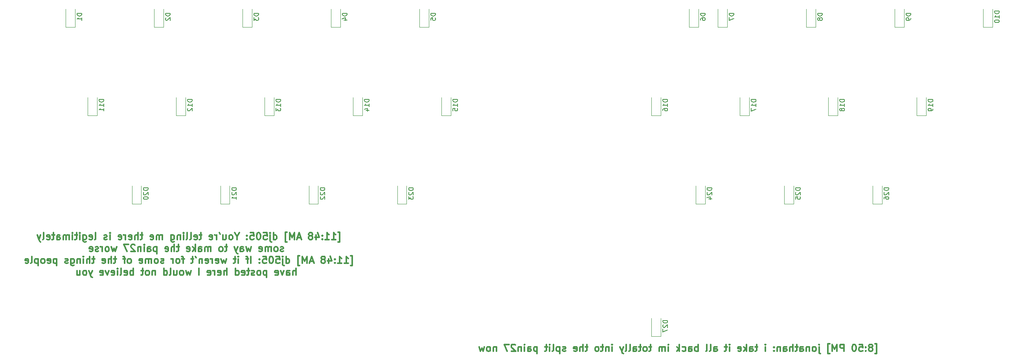
<source format=gbo>
G04 #@! TF.GenerationSoftware,KiCad,Pcbnew,(5.1.4)-1*
G04 #@! TF.CreationDate,2021-04-23T00:27:45+10:00*
G04 #@! TF.ProjectId,pain27divided3,7061696e-3237-4646-9976-69646564332e,rev?*
G04 #@! TF.SameCoordinates,Original*
G04 #@! TF.FileFunction,Legend,Bot*
G04 #@! TF.FilePolarity,Positive*
%FSLAX46Y46*%
G04 Gerber Fmt 4.6, Leading zero omitted, Abs format (unit mm)*
G04 Created by KiCad (PCBNEW (5.1.4)-1) date 2021-04-23 00:27:45*
%MOMM*%
%LPD*%
G04 APERTURE LIST*
%ADD10C,0.300000*%
%ADD11C,0.120000*%
%ADD12C,0.150000*%
%ADD13C,1.187400*%
%ADD14R,2.100000X2.100000*%
%ADD15O,2.100000X2.100000*%
%ADD16C,1.100000*%
%ADD17C,4.800000*%
%ADD18C,2.082800*%
%ADD19R,1.600000X1.300000*%
%ADD20O,2.398980X2.398980*%
%ADD21R,2.398980X2.398980*%
%ADD22C,2.686000*%
G04 APERTURE END LIST*
D10*
X138644641Y-105700901D02*
X139001784Y-105700901D01*
X139001784Y-103558044D01*
X138644641Y-103558044D01*
X137287498Y-105200901D02*
X138144641Y-105200901D01*
X137716070Y-105200901D02*
X137716070Y-103700901D01*
X137858927Y-103915187D01*
X138001784Y-104058044D01*
X138144641Y-104129472D01*
X135858927Y-105200901D02*
X136716070Y-105200901D01*
X136287498Y-105200901D02*
X136287498Y-103700901D01*
X136430355Y-103915187D01*
X136573212Y-104058044D01*
X136716070Y-104129472D01*
X135216070Y-105058044D02*
X135144641Y-105129472D01*
X135216070Y-105200901D01*
X135287498Y-105129472D01*
X135216070Y-105058044D01*
X135216070Y-105200901D01*
X135216070Y-104272330D02*
X135144641Y-104343758D01*
X135216070Y-104415187D01*
X135287498Y-104343758D01*
X135216070Y-104272330D01*
X135216070Y-104415187D01*
X133858927Y-104200901D02*
X133858927Y-105200901D01*
X134216070Y-103629472D02*
X134573212Y-104700901D01*
X133644641Y-104700901D01*
X132858927Y-104343758D02*
X133001784Y-104272330D01*
X133073212Y-104200901D01*
X133144641Y-104058044D01*
X133144641Y-103986615D01*
X133073212Y-103843758D01*
X133001784Y-103772330D01*
X132858927Y-103700901D01*
X132573212Y-103700901D01*
X132430355Y-103772330D01*
X132358927Y-103843758D01*
X132287498Y-103986615D01*
X132287498Y-104058044D01*
X132358927Y-104200901D01*
X132430355Y-104272330D01*
X132573212Y-104343758D01*
X132858927Y-104343758D01*
X133001784Y-104415187D01*
X133073212Y-104486615D01*
X133144641Y-104629472D01*
X133144641Y-104915187D01*
X133073212Y-105058044D01*
X133001784Y-105129472D01*
X132858927Y-105200901D01*
X132573212Y-105200901D01*
X132430355Y-105129472D01*
X132358927Y-105058044D01*
X132287498Y-104915187D01*
X132287498Y-104629472D01*
X132358927Y-104486615D01*
X132430355Y-104415187D01*
X132573212Y-104343758D01*
X130573212Y-104772330D02*
X129858927Y-104772330D01*
X130716070Y-105200901D02*
X130216070Y-103700901D01*
X129716070Y-105200901D01*
X129216070Y-105200901D02*
X129216070Y-103700901D01*
X128716070Y-104772330D01*
X128216070Y-103700901D01*
X128216070Y-105200901D01*
X127644641Y-105700901D02*
X127287498Y-105700901D01*
X127287498Y-103558044D01*
X127644641Y-103558044D01*
X124716070Y-105200901D02*
X124716070Y-103700901D01*
X124716070Y-105129472D02*
X124858927Y-105200901D01*
X125144641Y-105200901D01*
X125287498Y-105129472D01*
X125358927Y-105058044D01*
X125430355Y-104915187D01*
X125430355Y-104486615D01*
X125358927Y-104343758D01*
X125287498Y-104272330D01*
X125144641Y-104200901D01*
X124858927Y-104200901D01*
X124716070Y-104272330D01*
X124001784Y-104200901D02*
X124001784Y-105486615D01*
X124073212Y-105629472D01*
X124216070Y-105700901D01*
X124287498Y-105700901D01*
X124001784Y-103700901D02*
X124073212Y-103772330D01*
X124001784Y-103843758D01*
X123930355Y-103772330D01*
X124001784Y-103700901D01*
X124001784Y-103843758D01*
X122573212Y-103700901D02*
X123287498Y-103700901D01*
X123358927Y-104415187D01*
X123287498Y-104343758D01*
X123144641Y-104272330D01*
X122787498Y-104272330D01*
X122644641Y-104343758D01*
X122573212Y-104415187D01*
X122501784Y-104558044D01*
X122501784Y-104915187D01*
X122573212Y-105058044D01*
X122644641Y-105129472D01*
X122787498Y-105200901D01*
X123144641Y-105200901D01*
X123287498Y-105129472D01*
X123358927Y-105058044D01*
X121573212Y-103700901D02*
X121430355Y-103700901D01*
X121287498Y-103772330D01*
X121216070Y-103843758D01*
X121144641Y-103986615D01*
X121073212Y-104272330D01*
X121073212Y-104629472D01*
X121144641Y-104915187D01*
X121216070Y-105058044D01*
X121287498Y-105129472D01*
X121430355Y-105200901D01*
X121573212Y-105200901D01*
X121716070Y-105129472D01*
X121787498Y-105058044D01*
X121858927Y-104915187D01*
X121930355Y-104629472D01*
X121930355Y-104272330D01*
X121858927Y-103986615D01*
X121787498Y-103843758D01*
X121716070Y-103772330D01*
X121573212Y-103700901D01*
X119716070Y-103700901D02*
X120430355Y-103700901D01*
X120501784Y-104415187D01*
X120430355Y-104343758D01*
X120287498Y-104272330D01*
X119930355Y-104272330D01*
X119787498Y-104343758D01*
X119716070Y-104415187D01*
X119644641Y-104558044D01*
X119644641Y-104915187D01*
X119716070Y-105058044D01*
X119787498Y-105129472D01*
X119930355Y-105200901D01*
X120287498Y-105200901D01*
X120430355Y-105129472D01*
X120501784Y-105058044D01*
X119001784Y-105058044D02*
X118930355Y-105129472D01*
X119001784Y-105200901D01*
X119073212Y-105129472D01*
X119001784Y-105058044D01*
X119001784Y-105200901D01*
X119001784Y-104272330D02*
X118930355Y-104343758D01*
X119001784Y-104415187D01*
X119073212Y-104343758D01*
X119001784Y-104272330D01*
X119001784Y-104415187D01*
X116858927Y-104486615D02*
X116858927Y-105200901D01*
X117358927Y-103700901D02*
X116858927Y-104486615D01*
X116358927Y-103700901D01*
X115644641Y-105200901D02*
X115787498Y-105129472D01*
X115858927Y-105058044D01*
X115930355Y-104915187D01*
X115930355Y-104486615D01*
X115858927Y-104343758D01*
X115787498Y-104272330D01*
X115644641Y-104200901D01*
X115430355Y-104200901D01*
X115287498Y-104272330D01*
X115216070Y-104343758D01*
X115144641Y-104486615D01*
X115144641Y-104915187D01*
X115216070Y-105058044D01*
X115287498Y-105129472D01*
X115430355Y-105200901D01*
X115644641Y-105200901D01*
X113858927Y-104200901D02*
X113858927Y-105200901D01*
X114501784Y-104200901D02*
X114501784Y-104986615D01*
X114430355Y-105129472D01*
X114287498Y-105200901D01*
X114073212Y-105200901D01*
X113930355Y-105129472D01*
X113858927Y-105058044D01*
X113073212Y-103700901D02*
X113216070Y-103986615D01*
X112430355Y-105200901D02*
X112430355Y-104200901D01*
X112430355Y-104486615D02*
X112358927Y-104343758D01*
X112287498Y-104272330D01*
X112144641Y-104200901D01*
X112001784Y-104200901D01*
X110930355Y-105129472D02*
X111073212Y-105200901D01*
X111358927Y-105200901D01*
X111501784Y-105129472D01*
X111573212Y-104986615D01*
X111573212Y-104415187D01*
X111501784Y-104272330D01*
X111358927Y-104200901D01*
X111073212Y-104200901D01*
X110930355Y-104272330D01*
X110858927Y-104415187D01*
X110858927Y-104558044D01*
X111573212Y-104700901D01*
X109287498Y-104200901D02*
X108716070Y-104200901D01*
X109073212Y-103700901D02*
X109073212Y-104986615D01*
X109001784Y-105129472D01*
X108858927Y-105200901D01*
X108716070Y-105200901D01*
X107644641Y-105129472D02*
X107787498Y-105200901D01*
X108073212Y-105200901D01*
X108216070Y-105129472D01*
X108287498Y-104986615D01*
X108287498Y-104415187D01*
X108216070Y-104272330D01*
X108073212Y-104200901D01*
X107787498Y-104200901D01*
X107644641Y-104272330D01*
X107573212Y-104415187D01*
X107573212Y-104558044D01*
X108287498Y-104700901D01*
X106716070Y-105200901D02*
X106858927Y-105129472D01*
X106930355Y-104986615D01*
X106930355Y-103700901D01*
X105930355Y-105200901D02*
X106073212Y-105129472D01*
X106144641Y-104986615D01*
X106144641Y-103700901D01*
X105358927Y-105200901D02*
X105358927Y-104200901D01*
X105358927Y-103700901D02*
X105430355Y-103772330D01*
X105358927Y-103843758D01*
X105287498Y-103772330D01*
X105358927Y-103700901D01*
X105358927Y-103843758D01*
X104644641Y-104200901D02*
X104644641Y-105200901D01*
X104644641Y-104343758D02*
X104573212Y-104272330D01*
X104430355Y-104200901D01*
X104216070Y-104200901D01*
X104073212Y-104272330D01*
X104001784Y-104415187D01*
X104001784Y-105200901D01*
X102644641Y-104200901D02*
X102644641Y-105415187D01*
X102716070Y-105558044D01*
X102787498Y-105629472D01*
X102930355Y-105700901D01*
X103144641Y-105700901D01*
X103287498Y-105629472D01*
X102644641Y-105129472D02*
X102787498Y-105200901D01*
X103073212Y-105200901D01*
X103216070Y-105129472D01*
X103287498Y-105058044D01*
X103358927Y-104915187D01*
X103358927Y-104486615D01*
X103287498Y-104343758D01*
X103216070Y-104272330D01*
X103073212Y-104200901D01*
X102787498Y-104200901D01*
X102644641Y-104272330D01*
X100787498Y-105200901D02*
X100787498Y-104200901D01*
X100787498Y-104343758D02*
X100716070Y-104272330D01*
X100573212Y-104200901D01*
X100358927Y-104200901D01*
X100216070Y-104272330D01*
X100144641Y-104415187D01*
X100144641Y-105200901D01*
X100144641Y-104415187D02*
X100073212Y-104272330D01*
X99930355Y-104200901D01*
X99716070Y-104200901D01*
X99573212Y-104272330D01*
X99501784Y-104415187D01*
X99501784Y-105200901D01*
X98216070Y-105129472D02*
X98358927Y-105200901D01*
X98644641Y-105200901D01*
X98787498Y-105129472D01*
X98858927Y-104986615D01*
X98858927Y-104415187D01*
X98787498Y-104272330D01*
X98644641Y-104200901D01*
X98358927Y-104200901D01*
X98216070Y-104272330D01*
X98144641Y-104415187D01*
X98144641Y-104558044D01*
X98858927Y-104700901D01*
X96573212Y-104200901D02*
X96001784Y-104200901D01*
X96358927Y-103700901D02*
X96358927Y-104986615D01*
X96287498Y-105129472D01*
X96144641Y-105200901D01*
X96001784Y-105200901D01*
X95501784Y-105200901D02*
X95501784Y-103700901D01*
X94858927Y-105200901D02*
X94858927Y-104415187D01*
X94930355Y-104272330D01*
X95073212Y-104200901D01*
X95287498Y-104200901D01*
X95430355Y-104272330D01*
X95501784Y-104343758D01*
X93573212Y-105129472D02*
X93716070Y-105200901D01*
X94001784Y-105200901D01*
X94144641Y-105129472D01*
X94216070Y-104986615D01*
X94216070Y-104415187D01*
X94144641Y-104272330D01*
X94001784Y-104200901D01*
X93716070Y-104200901D01*
X93573212Y-104272330D01*
X93501784Y-104415187D01*
X93501784Y-104558044D01*
X94216070Y-104700901D01*
X92858927Y-105200901D02*
X92858927Y-104200901D01*
X92858927Y-104486615D02*
X92787498Y-104343758D01*
X92716070Y-104272330D01*
X92573212Y-104200901D01*
X92430355Y-104200901D01*
X91358927Y-105129472D02*
X91501784Y-105200901D01*
X91787498Y-105200901D01*
X91930355Y-105129472D01*
X92001784Y-104986615D01*
X92001784Y-104415187D01*
X91930355Y-104272330D01*
X91787498Y-104200901D01*
X91501784Y-104200901D01*
X91358927Y-104272330D01*
X91287498Y-104415187D01*
X91287498Y-104558044D01*
X92001784Y-104700901D01*
X89501784Y-105200901D02*
X89501784Y-104200901D01*
X89501784Y-103700901D02*
X89573212Y-103772330D01*
X89501784Y-103843758D01*
X89430355Y-103772330D01*
X89501784Y-103700901D01*
X89501784Y-103843758D01*
X88858927Y-105129472D02*
X88716070Y-105200901D01*
X88430355Y-105200901D01*
X88287498Y-105129472D01*
X88216070Y-104986615D01*
X88216070Y-104915187D01*
X88287498Y-104772330D01*
X88430355Y-104700901D01*
X88644641Y-104700901D01*
X88787498Y-104629472D01*
X88858927Y-104486615D01*
X88858927Y-104415187D01*
X88787498Y-104272330D01*
X88644641Y-104200901D01*
X88430355Y-104200901D01*
X88287498Y-104272330D01*
X86216070Y-105200901D02*
X86358927Y-105129472D01*
X86430355Y-104986615D01*
X86430355Y-103700901D01*
X85073212Y-105129472D02*
X85216070Y-105200901D01*
X85501784Y-105200901D01*
X85644641Y-105129472D01*
X85716070Y-104986615D01*
X85716070Y-104415187D01*
X85644641Y-104272330D01*
X85501784Y-104200901D01*
X85216070Y-104200901D01*
X85073212Y-104272330D01*
X85001784Y-104415187D01*
X85001784Y-104558044D01*
X85716070Y-104700901D01*
X83716070Y-104200901D02*
X83716070Y-105415187D01*
X83787498Y-105558044D01*
X83858927Y-105629472D01*
X84001784Y-105700901D01*
X84216070Y-105700901D01*
X84358927Y-105629472D01*
X83716070Y-105129472D02*
X83858927Y-105200901D01*
X84144641Y-105200901D01*
X84287498Y-105129472D01*
X84358927Y-105058044D01*
X84430355Y-104915187D01*
X84430355Y-104486615D01*
X84358927Y-104343758D01*
X84287498Y-104272330D01*
X84144641Y-104200901D01*
X83858927Y-104200901D01*
X83716070Y-104272330D01*
X83001784Y-105200901D02*
X83001784Y-104200901D01*
X83001784Y-103700901D02*
X83073212Y-103772330D01*
X83001784Y-103843758D01*
X82930355Y-103772330D01*
X83001784Y-103700901D01*
X83001784Y-103843758D01*
X82501784Y-104200901D02*
X81930355Y-104200901D01*
X82287498Y-103700901D02*
X82287498Y-104986615D01*
X82216070Y-105129472D01*
X82073212Y-105200901D01*
X81930355Y-105200901D01*
X81430355Y-105200901D02*
X81430355Y-104200901D01*
X81430355Y-103700901D02*
X81501784Y-103772330D01*
X81430355Y-103843758D01*
X81358927Y-103772330D01*
X81430355Y-103700901D01*
X81430355Y-103843758D01*
X80716070Y-105200901D02*
X80716070Y-104200901D01*
X80716070Y-104343758D02*
X80644641Y-104272330D01*
X80501784Y-104200901D01*
X80287498Y-104200901D01*
X80144641Y-104272330D01*
X80073212Y-104415187D01*
X80073212Y-105200901D01*
X80073212Y-104415187D02*
X80001784Y-104272330D01*
X79858927Y-104200901D01*
X79644641Y-104200901D01*
X79501784Y-104272330D01*
X79430355Y-104415187D01*
X79430355Y-105200901D01*
X78073212Y-105200901D02*
X78073212Y-104415187D01*
X78144641Y-104272330D01*
X78287498Y-104200901D01*
X78573212Y-104200901D01*
X78716070Y-104272330D01*
X78073212Y-105129472D02*
X78216070Y-105200901D01*
X78573212Y-105200901D01*
X78716070Y-105129472D01*
X78787498Y-104986615D01*
X78787498Y-104843758D01*
X78716070Y-104700901D01*
X78573212Y-104629472D01*
X78216070Y-104629472D01*
X78073212Y-104558044D01*
X77573212Y-104200901D02*
X77001784Y-104200901D01*
X77358927Y-103700901D02*
X77358927Y-104986615D01*
X77287498Y-105129472D01*
X77144641Y-105200901D01*
X77001784Y-105200901D01*
X75930355Y-105129472D02*
X76073212Y-105200901D01*
X76358927Y-105200901D01*
X76501784Y-105129472D01*
X76573212Y-104986615D01*
X76573212Y-104415187D01*
X76501784Y-104272330D01*
X76358927Y-104200901D01*
X76073212Y-104200901D01*
X75930355Y-104272330D01*
X75858927Y-104415187D01*
X75858927Y-104558044D01*
X76573212Y-104700901D01*
X75001784Y-105200901D02*
X75144641Y-105129472D01*
X75216070Y-104986615D01*
X75216070Y-103700901D01*
X74573212Y-104200901D02*
X74216070Y-105200901D01*
X73858927Y-104200901D02*
X74216070Y-105200901D01*
X74358927Y-105558044D01*
X74430355Y-105629472D01*
X74573212Y-105700901D01*
X126858927Y-107679472D02*
X126716070Y-107750901D01*
X126430355Y-107750901D01*
X126287498Y-107679472D01*
X126216070Y-107536615D01*
X126216070Y-107465187D01*
X126287498Y-107322330D01*
X126430355Y-107250901D01*
X126644641Y-107250901D01*
X126787498Y-107179472D01*
X126858927Y-107036615D01*
X126858927Y-106965187D01*
X126787498Y-106822330D01*
X126644641Y-106750901D01*
X126430355Y-106750901D01*
X126287498Y-106822330D01*
X125358927Y-107750901D02*
X125501784Y-107679472D01*
X125573212Y-107608044D01*
X125644641Y-107465187D01*
X125644641Y-107036615D01*
X125573212Y-106893758D01*
X125501784Y-106822330D01*
X125358927Y-106750901D01*
X125144641Y-106750901D01*
X125001784Y-106822330D01*
X124930355Y-106893758D01*
X124858927Y-107036615D01*
X124858927Y-107465187D01*
X124930355Y-107608044D01*
X125001784Y-107679472D01*
X125144641Y-107750901D01*
X125358927Y-107750901D01*
X124216070Y-107750901D02*
X124216070Y-106750901D01*
X124216070Y-106893758D02*
X124144641Y-106822330D01*
X124001784Y-106750901D01*
X123787498Y-106750901D01*
X123644641Y-106822330D01*
X123573212Y-106965187D01*
X123573212Y-107750901D01*
X123573212Y-106965187D02*
X123501784Y-106822330D01*
X123358927Y-106750901D01*
X123144641Y-106750901D01*
X123001784Y-106822330D01*
X122930355Y-106965187D01*
X122930355Y-107750901D01*
X121644641Y-107679472D02*
X121787498Y-107750901D01*
X122073212Y-107750901D01*
X122216070Y-107679472D01*
X122287498Y-107536615D01*
X122287498Y-106965187D01*
X122216070Y-106822330D01*
X122073212Y-106750901D01*
X121787498Y-106750901D01*
X121644641Y-106822330D01*
X121573212Y-106965187D01*
X121573212Y-107108044D01*
X122287498Y-107250901D01*
X119930355Y-106750901D02*
X119644641Y-107750901D01*
X119358927Y-107036615D01*
X119073212Y-107750901D01*
X118787498Y-106750901D01*
X117573212Y-107750901D02*
X117573212Y-106965187D01*
X117644641Y-106822330D01*
X117787498Y-106750901D01*
X118073212Y-106750901D01*
X118216070Y-106822330D01*
X117573212Y-107679472D02*
X117716070Y-107750901D01*
X118073212Y-107750901D01*
X118216070Y-107679472D01*
X118287498Y-107536615D01*
X118287498Y-107393758D01*
X118216070Y-107250901D01*
X118073212Y-107179472D01*
X117716070Y-107179472D01*
X117573212Y-107108044D01*
X117001784Y-106750901D02*
X116644641Y-107750901D01*
X116287498Y-106750901D02*
X116644641Y-107750901D01*
X116787498Y-108108044D01*
X116858927Y-108179472D01*
X117001784Y-108250901D01*
X114787498Y-106750901D02*
X114216070Y-106750901D01*
X114573212Y-106250901D02*
X114573212Y-107536615D01*
X114501784Y-107679472D01*
X114358927Y-107750901D01*
X114216070Y-107750901D01*
X113501784Y-107750901D02*
X113644641Y-107679472D01*
X113716070Y-107608044D01*
X113787498Y-107465187D01*
X113787498Y-107036615D01*
X113716070Y-106893758D01*
X113644641Y-106822330D01*
X113501784Y-106750901D01*
X113287498Y-106750901D01*
X113144641Y-106822330D01*
X113073212Y-106893758D01*
X113001784Y-107036615D01*
X113001784Y-107465187D01*
X113073212Y-107608044D01*
X113144641Y-107679472D01*
X113287498Y-107750901D01*
X113501784Y-107750901D01*
X111216070Y-107750901D02*
X111216070Y-106750901D01*
X111216070Y-106893758D02*
X111144641Y-106822330D01*
X111001784Y-106750901D01*
X110787498Y-106750901D01*
X110644641Y-106822330D01*
X110573212Y-106965187D01*
X110573212Y-107750901D01*
X110573212Y-106965187D02*
X110501784Y-106822330D01*
X110358927Y-106750901D01*
X110144641Y-106750901D01*
X110001784Y-106822330D01*
X109930355Y-106965187D01*
X109930355Y-107750901D01*
X108573212Y-107750901D02*
X108573212Y-106965187D01*
X108644641Y-106822330D01*
X108787498Y-106750901D01*
X109073212Y-106750901D01*
X109216070Y-106822330D01*
X108573212Y-107679472D02*
X108716070Y-107750901D01*
X109073212Y-107750901D01*
X109216070Y-107679472D01*
X109287498Y-107536615D01*
X109287498Y-107393758D01*
X109216070Y-107250901D01*
X109073212Y-107179472D01*
X108716070Y-107179472D01*
X108573212Y-107108044D01*
X107858927Y-107750901D02*
X107858927Y-106250901D01*
X107716070Y-107179472D02*
X107287498Y-107750901D01*
X107287498Y-106750901D02*
X107858927Y-107322330D01*
X106073212Y-107679472D02*
X106216070Y-107750901D01*
X106501784Y-107750901D01*
X106644641Y-107679472D01*
X106716070Y-107536615D01*
X106716070Y-106965187D01*
X106644641Y-106822330D01*
X106501784Y-106750901D01*
X106216070Y-106750901D01*
X106073212Y-106822330D01*
X106001784Y-106965187D01*
X106001784Y-107108044D01*
X106716070Y-107250901D01*
X104430355Y-106750901D02*
X103858927Y-106750901D01*
X104216070Y-106250901D02*
X104216070Y-107536615D01*
X104144641Y-107679472D01*
X104001784Y-107750901D01*
X103858927Y-107750901D01*
X103358927Y-107750901D02*
X103358927Y-106250901D01*
X102716070Y-107750901D02*
X102716070Y-106965187D01*
X102787498Y-106822330D01*
X102930355Y-106750901D01*
X103144641Y-106750901D01*
X103287498Y-106822330D01*
X103358927Y-106893758D01*
X101430355Y-107679472D02*
X101573212Y-107750901D01*
X101858927Y-107750901D01*
X102001784Y-107679472D01*
X102073212Y-107536615D01*
X102073212Y-106965187D01*
X102001784Y-106822330D01*
X101858927Y-106750901D01*
X101573212Y-106750901D01*
X101430355Y-106822330D01*
X101358927Y-106965187D01*
X101358927Y-107108044D01*
X102073212Y-107250901D01*
X99573212Y-106750901D02*
X99573212Y-108250901D01*
X99573212Y-106822330D02*
X99430355Y-106750901D01*
X99144641Y-106750901D01*
X99001784Y-106822330D01*
X98930355Y-106893758D01*
X98858927Y-107036615D01*
X98858927Y-107465187D01*
X98930355Y-107608044D01*
X99001784Y-107679472D01*
X99144641Y-107750901D01*
X99430355Y-107750901D01*
X99573212Y-107679472D01*
X97573212Y-107750901D02*
X97573212Y-106965187D01*
X97644641Y-106822330D01*
X97787498Y-106750901D01*
X98073212Y-106750901D01*
X98216070Y-106822330D01*
X97573212Y-107679472D02*
X97716070Y-107750901D01*
X98073212Y-107750901D01*
X98216070Y-107679472D01*
X98287498Y-107536615D01*
X98287498Y-107393758D01*
X98216070Y-107250901D01*
X98073212Y-107179472D01*
X97716070Y-107179472D01*
X97573212Y-107108044D01*
X96858927Y-107750901D02*
X96858927Y-106750901D01*
X96858927Y-106250901D02*
X96930355Y-106322330D01*
X96858927Y-106393758D01*
X96787498Y-106322330D01*
X96858927Y-106250901D01*
X96858927Y-106393758D01*
X96144641Y-106750901D02*
X96144641Y-107750901D01*
X96144641Y-106893758D02*
X96073212Y-106822330D01*
X95930355Y-106750901D01*
X95716070Y-106750901D01*
X95573212Y-106822330D01*
X95501784Y-106965187D01*
X95501784Y-107750901D01*
X94858927Y-106393758D02*
X94787498Y-106322330D01*
X94644641Y-106250901D01*
X94287498Y-106250901D01*
X94144641Y-106322330D01*
X94073212Y-106393758D01*
X94001784Y-106536615D01*
X94001784Y-106679472D01*
X94073212Y-106893758D01*
X94930355Y-107750901D01*
X94001784Y-107750901D01*
X93501784Y-106250901D02*
X92501784Y-106250901D01*
X93144641Y-107750901D01*
X90930355Y-106750901D02*
X90644641Y-107750901D01*
X90358927Y-107036615D01*
X90073212Y-107750901D01*
X89787498Y-106750901D01*
X89001784Y-107750901D02*
X89144641Y-107679472D01*
X89216070Y-107608044D01*
X89287498Y-107465187D01*
X89287498Y-107036615D01*
X89216070Y-106893758D01*
X89144641Y-106822330D01*
X89001784Y-106750901D01*
X88787498Y-106750901D01*
X88644641Y-106822330D01*
X88573212Y-106893758D01*
X88501784Y-107036615D01*
X88501784Y-107465187D01*
X88573212Y-107608044D01*
X88644641Y-107679472D01*
X88787498Y-107750901D01*
X89001784Y-107750901D01*
X87858927Y-107750901D02*
X87858927Y-106750901D01*
X87858927Y-107036615D02*
X87787498Y-106893758D01*
X87716070Y-106822330D01*
X87573212Y-106750901D01*
X87430355Y-106750901D01*
X87001784Y-107679472D02*
X86858927Y-107750901D01*
X86573212Y-107750901D01*
X86430355Y-107679472D01*
X86358927Y-107536615D01*
X86358927Y-107465187D01*
X86430355Y-107322330D01*
X86573212Y-107250901D01*
X86787498Y-107250901D01*
X86930355Y-107179472D01*
X87001784Y-107036615D01*
X87001784Y-106965187D01*
X86930355Y-106822330D01*
X86787498Y-106750901D01*
X86573212Y-106750901D01*
X86430355Y-106822330D01*
X85144641Y-107679472D02*
X85287498Y-107750901D01*
X85573212Y-107750901D01*
X85716070Y-107679472D01*
X85787498Y-107536615D01*
X85787498Y-106965187D01*
X85716070Y-106822330D01*
X85573212Y-106750901D01*
X85287498Y-106750901D01*
X85144641Y-106822330D01*
X85073212Y-106965187D01*
X85073212Y-107108044D01*
X85787498Y-107250901D01*
X141358927Y-110800901D02*
X141716070Y-110800901D01*
X141716070Y-108658044D01*
X141358927Y-108658044D01*
X140001784Y-110300901D02*
X140858927Y-110300901D01*
X140430355Y-110300901D02*
X140430355Y-108800901D01*
X140573212Y-109015187D01*
X140716070Y-109158044D01*
X140858927Y-109229472D01*
X138573212Y-110300901D02*
X139430355Y-110300901D01*
X139001784Y-110300901D02*
X139001784Y-108800901D01*
X139144641Y-109015187D01*
X139287498Y-109158044D01*
X139430355Y-109229472D01*
X137930355Y-110158044D02*
X137858927Y-110229472D01*
X137930355Y-110300901D01*
X138001784Y-110229472D01*
X137930355Y-110158044D01*
X137930355Y-110300901D01*
X137930355Y-109372330D02*
X137858927Y-109443758D01*
X137930355Y-109515187D01*
X138001784Y-109443758D01*
X137930355Y-109372330D01*
X137930355Y-109515187D01*
X136573212Y-109300901D02*
X136573212Y-110300901D01*
X136930355Y-108729472D02*
X137287498Y-109800901D01*
X136358927Y-109800901D01*
X135573212Y-109443758D02*
X135716070Y-109372330D01*
X135787498Y-109300901D01*
X135858927Y-109158044D01*
X135858927Y-109086615D01*
X135787498Y-108943758D01*
X135716070Y-108872330D01*
X135573212Y-108800901D01*
X135287498Y-108800901D01*
X135144641Y-108872330D01*
X135073212Y-108943758D01*
X135001784Y-109086615D01*
X135001784Y-109158044D01*
X135073212Y-109300901D01*
X135144641Y-109372330D01*
X135287498Y-109443758D01*
X135573212Y-109443758D01*
X135716070Y-109515187D01*
X135787498Y-109586615D01*
X135858927Y-109729472D01*
X135858927Y-110015187D01*
X135787498Y-110158044D01*
X135716070Y-110229472D01*
X135573212Y-110300901D01*
X135287498Y-110300901D01*
X135144641Y-110229472D01*
X135073212Y-110158044D01*
X135001784Y-110015187D01*
X135001784Y-109729472D01*
X135073212Y-109586615D01*
X135144641Y-109515187D01*
X135287498Y-109443758D01*
X133287498Y-109872330D02*
X132573212Y-109872330D01*
X133430355Y-110300901D02*
X132930355Y-108800901D01*
X132430355Y-110300901D01*
X131930355Y-110300901D02*
X131930355Y-108800901D01*
X131430355Y-109872330D01*
X130930355Y-108800901D01*
X130930355Y-110300901D01*
X130358927Y-110800901D02*
X130001784Y-110800901D01*
X130001784Y-108658044D01*
X130358927Y-108658044D01*
X127430355Y-110300901D02*
X127430355Y-108800901D01*
X127430355Y-110229472D02*
X127573212Y-110300901D01*
X127858927Y-110300901D01*
X128001784Y-110229472D01*
X128073212Y-110158044D01*
X128144641Y-110015187D01*
X128144641Y-109586615D01*
X128073212Y-109443758D01*
X128001784Y-109372330D01*
X127858927Y-109300901D01*
X127573212Y-109300901D01*
X127430355Y-109372330D01*
X126716069Y-109300901D02*
X126716069Y-110586615D01*
X126787498Y-110729472D01*
X126930355Y-110800901D01*
X127001784Y-110800901D01*
X126716069Y-108800901D02*
X126787498Y-108872330D01*
X126716069Y-108943758D01*
X126644641Y-108872330D01*
X126716069Y-108800901D01*
X126716069Y-108943758D01*
X125287498Y-108800901D02*
X126001784Y-108800901D01*
X126073212Y-109515187D01*
X126001784Y-109443758D01*
X125858927Y-109372330D01*
X125501784Y-109372330D01*
X125358927Y-109443758D01*
X125287498Y-109515187D01*
X125216069Y-109658044D01*
X125216069Y-110015187D01*
X125287498Y-110158044D01*
X125358927Y-110229472D01*
X125501784Y-110300901D01*
X125858927Y-110300901D01*
X126001784Y-110229472D01*
X126073212Y-110158044D01*
X124287498Y-108800901D02*
X124144641Y-108800901D01*
X124001784Y-108872330D01*
X123930355Y-108943758D01*
X123858927Y-109086615D01*
X123787498Y-109372330D01*
X123787498Y-109729472D01*
X123858927Y-110015187D01*
X123930355Y-110158044D01*
X124001784Y-110229472D01*
X124144641Y-110300901D01*
X124287498Y-110300901D01*
X124430355Y-110229472D01*
X124501784Y-110158044D01*
X124573212Y-110015187D01*
X124644641Y-109729472D01*
X124644641Y-109372330D01*
X124573212Y-109086615D01*
X124501784Y-108943758D01*
X124430355Y-108872330D01*
X124287498Y-108800901D01*
X122430355Y-108800901D02*
X123144641Y-108800901D01*
X123216070Y-109515187D01*
X123144641Y-109443758D01*
X123001784Y-109372330D01*
X122644641Y-109372330D01*
X122501784Y-109443758D01*
X122430355Y-109515187D01*
X122358927Y-109658044D01*
X122358927Y-110015187D01*
X122430355Y-110158044D01*
X122501784Y-110229472D01*
X122644641Y-110300901D01*
X123001784Y-110300901D01*
X123144641Y-110229472D01*
X123216070Y-110158044D01*
X121716070Y-110158044D02*
X121644641Y-110229472D01*
X121716070Y-110300901D01*
X121787498Y-110229472D01*
X121716070Y-110158044D01*
X121716070Y-110300901D01*
X121716070Y-109372330D02*
X121644641Y-109443758D01*
X121716070Y-109515187D01*
X121787498Y-109443758D01*
X121716070Y-109372330D01*
X121716070Y-109515187D01*
X119858927Y-110300901D02*
X119858927Y-108800901D01*
X119358927Y-109300901D02*
X118787498Y-109300901D01*
X119144641Y-110300901D02*
X119144641Y-109015187D01*
X119073212Y-108872330D01*
X118930355Y-108800901D01*
X118787498Y-108800901D01*
X117144641Y-110300901D02*
X117144641Y-109300901D01*
X117144641Y-108800901D02*
X117216070Y-108872330D01*
X117144641Y-108943758D01*
X117073212Y-108872330D01*
X117144641Y-108800901D01*
X117144641Y-108943758D01*
X116644641Y-109300901D02*
X116073212Y-109300901D01*
X116430355Y-108800901D02*
X116430355Y-110086615D01*
X116358927Y-110229472D01*
X116216069Y-110300901D01*
X116073212Y-110300901D01*
X114573212Y-109300901D02*
X114287498Y-110300901D01*
X114001784Y-109586615D01*
X113716069Y-110300901D01*
X113430355Y-109300901D01*
X112287498Y-110229472D02*
X112430355Y-110300901D01*
X112716069Y-110300901D01*
X112858927Y-110229472D01*
X112930355Y-110086615D01*
X112930355Y-109515187D01*
X112858927Y-109372330D01*
X112716069Y-109300901D01*
X112430355Y-109300901D01*
X112287498Y-109372330D01*
X112216069Y-109515187D01*
X112216069Y-109658044D01*
X112930355Y-109800901D01*
X111573212Y-110300901D02*
X111573212Y-109300901D01*
X111573212Y-109586615D02*
X111501784Y-109443758D01*
X111430355Y-109372330D01*
X111287498Y-109300901D01*
X111144641Y-109300901D01*
X110073212Y-110229472D02*
X110216070Y-110300901D01*
X110501784Y-110300901D01*
X110644641Y-110229472D01*
X110716070Y-110086615D01*
X110716070Y-109515187D01*
X110644641Y-109372330D01*
X110501784Y-109300901D01*
X110216070Y-109300901D01*
X110073212Y-109372330D01*
X110001784Y-109515187D01*
X110001784Y-109658044D01*
X110716070Y-109800901D01*
X109358927Y-109300901D02*
X109358927Y-110300901D01*
X109358927Y-109443758D02*
X109287498Y-109372330D01*
X109144641Y-109300901D01*
X108930355Y-109300901D01*
X108787498Y-109372330D01*
X108716070Y-109515187D01*
X108716070Y-110300901D01*
X107930355Y-108800901D02*
X108073212Y-109086615D01*
X107501784Y-109300901D02*
X106930355Y-109300901D01*
X107287498Y-108800901D02*
X107287498Y-110086615D01*
X107216070Y-110229472D01*
X107073212Y-110300901D01*
X106930355Y-110300901D01*
X105501784Y-109300901D02*
X104930355Y-109300901D01*
X105287498Y-110300901D02*
X105287498Y-109015187D01*
X105216070Y-108872330D01*
X105073212Y-108800901D01*
X104930355Y-108800901D01*
X104216069Y-110300901D02*
X104358927Y-110229472D01*
X104430355Y-110158044D01*
X104501784Y-110015187D01*
X104501784Y-109586615D01*
X104430355Y-109443758D01*
X104358927Y-109372330D01*
X104216069Y-109300901D01*
X104001784Y-109300901D01*
X103858927Y-109372330D01*
X103787498Y-109443758D01*
X103716069Y-109586615D01*
X103716069Y-110015187D01*
X103787498Y-110158044D01*
X103858927Y-110229472D01*
X104001784Y-110300901D01*
X104216069Y-110300901D01*
X103073212Y-110300901D02*
X103073212Y-109300901D01*
X103073212Y-109586615D02*
X103001784Y-109443758D01*
X102930355Y-109372330D01*
X102787498Y-109300901D01*
X102644641Y-109300901D01*
X101073212Y-110229472D02*
X100930355Y-110300901D01*
X100644641Y-110300901D01*
X100501784Y-110229472D01*
X100430355Y-110086615D01*
X100430355Y-110015187D01*
X100501784Y-109872330D01*
X100644641Y-109800901D01*
X100858927Y-109800901D01*
X101001784Y-109729472D01*
X101073212Y-109586615D01*
X101073212Y-109515187D01*
X101001784Y-109372330D01*
X100858927Y-109300901D01*
X100644641Y-109300901D01*
X100501784Y-109372330D01*
X99573212Y-110300901D02*
X99716069Y-110229472D01*
X99787498Y-110158044D01*
X99858927Y-110015187D01*
X99858927Y-109586615D01*
X99787498Y-109443758D01*
X99716069Y-109372330D01*
X99573212Y-109300901D01*
X99358927Y-109300901D01*
X99216069Y-109372330D01*
X99144641Y-109443758D01*
X99073212Y-109586615D01*
X99073212Y-110015187D01*
X99144641Y-110158044D01*
X99216069Y-110229472D01*
X99358927Y-110300901D01*
X99573212Y-110300901D01*
X98430355Y-110300901D02*
X98430355Y-109300901D01*
X98430355Y-109443758D02*
X98358927Y-109372330D01*
X98216069Y-109300901D01*
X98001784Y-109300901D01*
X97858927Y-109372330D01*
X97787498Y-109515187D01*
X97787498Y-110300901D01*
X97787498Y-109515187D02*
X97716069Y-109372330D01*
X97573212Y-109300901D01*
X97358927Y-109300901D01*
X97216069Y-109372330D01*
X97144641Y-109515187D01*
X97144641Y-110300901D01*
X95858927Y-110229472D02*
X96001784Y-110300901D01*
X96287498Y-110300901D01*
X96430355Y-110229472D01*
X96501784Y-110086615D01*
X96501784Y-109515187D01*
X96430355Y-109372330D01*
X96287498Y-109300901D01*
X96001784Y-109300901D01*
X95858927Y-109372330D01*
X95787498Y-109515187D01*
X95787498Y-109658044D01*
X96501784Y-109800901D01*
X93787498Y-110300901D02*
X93930355Y-110229472D01*
X94001784Y-110158044D01*
X94073212Y-110015187D01*
X94073212Y-109586615D01*
X94001784Y-109443758D01*
X93930355Y-109372330D01*
X93787498Y-109300901D01*
X93573212Y-109300901D01*
X93430355Y-109372330D01*
X93358927Y-109443758D01*
X93287498Y-109586615D01*
X93287498Y-110015187D01*
X93358927Y-110158044D01*
X93430355Y-110229472D01*
X93573212Y-110300901D01*
X93787498Y-110300901D01*
X92858927Y-109300901D02*
X92287498Y-109300901D01*
X92644641Y-110300901D02*
X92644641Y-109015187D01*
X92573212Y-108872330D01*
X92430355Y-108800901D01*
X92287498Y-108800901D01*
X90858927Y-109300901D02*
X90287498Y-109300901D01*
X90644641Y-108800901D02*
X90644641Y-110086615D01*
X90573212Y-110229472D01*
X90430355Y-110300901D01*
X90287498Y-110300901D01*
X89787498Y-110300901D02*
X89787498Y-108800901D01*
X89144641Y-110300901D02*
X89144641Y-109515187D01*
X89216069Y-109372330D01*
X89358927Y-109300901D01*
X89573212Y-109300901D01*
X89716069Y-109372330D01*
X89787498Y-109443758D01*
X87858927Y-110229472D02*
X88001784Y-110300901D01*
X88287498Y-110300901D01*
X88430355Y-110229472D01*
X88501784Y-110086615D01*
X88501784Y-109515187D01*
X88430355Y-109372330D01*
X88287498Y-109300901D01*
X88001784Y-109300901D01*
X87858927Y-109372330D01*
X87787498Y-109515187D01*
X87787498Y-109658044D01*
X88501784Y-109800901D01*
X86216069Y-109300901D02*
X85644641Y-109300901D01*
X86001784Y-108800901D02*
X86001784Y-110086615D01*
X85930355Y-110229472D01*
X85787498Y-110300901D01*
X85644641Y-110300901D01*
X85144641Y-110300901D02*
X85144641Y-108800901D01*
X84501784Y-110300901D02*
X84501784Y-109515187D01*
X84573212Y-109372330D01*
X84716069Y-109300901D01*
X84930355Y-109300901D01*
X85073212Y-109372330D01*
X85144641Y-109443758D01*
X83787498Y-110300901D02*
X83787498Y-109300901D01*
X83787498Y-108800901D02*
X83858927Y-108872330D01*
X83787498Y-108943758D01*
X83716069Y-108872330D01*
X83787498Y-108800901D01*
X83787498Y-108943758D01*
X83073212Y-109300901D02*
X83073212Y-110300901D01*
X83073212Y-109443758D02*
X83001784Y-109372330D01*
X82858927Y-109300901D01*
X82644641Y-109300901D01*
X82501784Y-109372330D01*
X82430355Y-109515187D01*
X82430355Y-110300901D01*
X81073212Y-109300901D02*
X81073212Y-110515187D01*
X81144641Y-110658044D01*
X81216069Y-110729472D01*
X81358927Y-110800901D01*
X81573212Y-110800901D01*
X81716069Y-110729472D01*
X81073212Y-110229472D02*
X81216069Y-110300901D01*
X81501784Y-110300901D01*
X81644641Y-110229472D01*
X81716069Y-110158044D01*
X81787498Y-110015187D01*
X81787498Y-109586615D01*
X81716069Y-109443758D01*
X81644641Y-109372330D01*
X81501784Y-109300901D01*
X81216069Y-109300901D01*
X81073212Y-109372330D01*
X80430355Y-110229472D02*
X80287498Y-110300901D01*
X80001784Y-110300901D01*
X79858927Y-110229472D01*
X79787498Y-110086615D01*
X79787498Y-110015187D01*
X79858927Y-109872330D01*
X80001784Y-109800901D01*
X80216069Y-109800901D01*
X80358927Y-109729472D01*
X80430355Y-109586615D01*
X80430355Y-109515187D01*
X80358927Y-109372330D01*
X80216069Y-109300901D01*
X80001784Y-109300901D01*
X79858927Y-109372330D01*
X78001784Y-109300901D02*
X78001784Y-110800901D01*
X78001784Y-109372330D02*
X77858927Y-109300901D01*
X77573212Y-109300901D01*
X77430355Y-109372330D01*
X77358927Y-109443758D01*
X77287498Y-109586615D01*
X77287498Y-110015187D01*
X77358927Y-110158044D01*
X77430355Y-110229472D01*
X77573212Y-110300901D01*
X77858927Y-110300901D01*
X78001784Y-110229472D01*
X76073212Y-110229472D02*
X76216069Y-110300901D01*
X76501784Y-110300901D01*
X76644641Y-110229472D01*
X76716069Y-110086615D01*
X76716069Y-109515187D01*
X76644641Y-109372330D01*
X76501784Y-109300901D01*
X76216069Y-109300901D01*
X76073212Y-109372330D01*
X76001784Y-109515187D01*
X76001784Y-109658044D01*
X76716069Y-109800901D01*
X75144641Y-110300901D02*
X75287498Y-110229472D01*
X75358927Y-110158044D01*
X75430355Y-110015187D01*
X75430355Y-109586615D01*
X75358927Y-109443758D01*
X75287498Y-109372330D01*
X75144641Y-109300901D01*
X74930355Y-109300901D01*
X74787498Y-109372330D01*
X74716069Y-109443758D01*
X74644641Y-109586615D01*
X74644641Y-110015187D01*
X74716069Y-110158044D01*
X74787498Y-110229472D01*
X74930355Y-110300901D01*
X75144641Y-110300901D01*
X74001784Y-109300901D02*
X74001784Y-110800901D01*
X74001784Y-109372330D02*
X73858927Y-109300901D01*
X73573212Y-109300901D01*
X73430355Y-109372330D01*
X73358927Y-109443758D01*
X73287498Y-109586615D01*
X73287498Y-110015187D01*
X73358927Y-110158044D01*
X73430355Y-110229472D01*
X73573212Y-110300901D01*
X73858927Y-110300901D01*
X74001784Y-110229472D01*
X72430355Y-110300901D02*
X72573212Y-110229472D01*
X72644641Y-110086615D01*
X72644641Y-108800901D01*
X71287498Y-110229472D02*
X71430355Y-110300901D01*
X71716069Y-110300901D01*
X71858927Y-110229472D01*
X71930355Y-110086615D01*
X71930355Y-109515187D01*
X71858927Y-109372330D01*
X71716069Y-109300901D01*
X71430355Y-109300901D01*
X71287498Y-109372330D01*
X71216069Y-109515187D01*
X71216069Y-109658044D01*
X71930355Y-109800901D01*
X129537498Y-112850901D02*
X129537498Y-111350901D01*
X128894641Y-112850901D02*
X128894641Y-112065187D01*
X128966070Y-111922330D01*
X129108927Y-111850901D01*
X129323212Y-111850901D01*
X129466070Y-111922330D01*
X129537498Y-111993758D01*
X127537498Y-112850901D02*
X127537498Y-112065187D01*
X127608927Y-111922330D01*
X127751784Y-111850901D01*
X128037498Y-111850901D01*
X128180355Y-111922330D01*
X127537498Y-112779472D02*
X127680355Y-112850901D01*
X128037498Y-112850901D01*
X128180355Y-112779472D01*
X128251784Y-112636615D01*
X128251784Y-112493758D01*
X128180355Y-112350901D01*
X128037498Y-112279472D01*
X127680355Y-112279472D01*
X127537498Y-112208044D01*
X126966070Y-111850901D02*
X126608927Y-112850901D01*
X126251784Y-111850901D01*
X125108927Y-112779472D02*
X125251784Y-112850901D01*
X125537498Y-112850901D01*
X125680355Y-112779472D01*
X125751784Y-112636615D01*
X125751784Y-112065187D01*
X125680355Y-111922330D01*
X125537498Y-111850901D01*
X125251784Y-111850901D01*
X125108927Y-111922330D01*
X125037498Y-112065187D01*
X125037498Y-112208044D01*
X125751784Y-112350901D01*
X123251784Y-111850901D02*
X123251784Y-113350901D01*
X123251784Y-111922330D02*
X123108927Y-111850901D01*
X122823212Y-111850901D01*
X122680355Y-111922330D01*
X122608927Y-111993758D01*
X122537498Y-112136615D01*
X122537498Y-112565187D01*
X122608927Y-112708044D01*
X122680355Y-112779472D01*
X122823212Y-112850901D01*
X123108927Y-112850901D01*
X123251784Y-112779472D01*
X121680355Y-112850901D02*
X121823212Y-112779472D01*
X121894641Y-112708044D01*
X121966070Y-112565187D01*
X121966070Y-112136615D01*
X121894641Y-111993758D01*
X121823212Y-111922330D01*
X121680355Y-111850901D01*
X121466070Y-111850901D01*
X121323212Y-111922330D01*
X121251784Y-111993758D01*
X121180355Y-112136615D01*
X121180355Y-112565187D01*
X121251784Y-112708044D01*
X121323212Y-112779472D01*
X121466070Y-112850901D01*
X121680355Y-112850901D01*
X120608927Y-112779472D02*
X120466070Y-112850901D01*
X120180355Y-112850901D01*
X120037498Y-112779472D01*
X119966070Y-112636615D01*
X119966070Y-112565187D01*
X120037498Y-112422330D01*
X120180355Y-112350901D01*
X120394641Y-112350901D01*
X120537498Y-112279472D01*
X120608927Y-112136615D01*
X120608927Y-112065187D01*
X120537498Y-111922330D01*
X120394641Y-111850901D01*
X120180355Y-111850901D01*
X120037498Y-111922330D01*
X119537498Y-111850901D02*
X118966070Y-111850901D01*
X119323212Y-111350901D02*
X119323212Y-112636615D01*
X119251784Y-112779472D01*
X119108927Y-112850901D01*
X118966070Y-112850901D01*
X117894641Y-112779472D02*
X118037498Y-112850901D01*
X118323212Y-112850901D01*
X118466070Y-112779472D01*
X118537498Y-112636615D01*
X118537498Y-112065187D01*
X118466070Y-111922330D01*
X118323212Y-111850901D01*
X118037498Y-111850901D01*
X117894641Y-111922330D01*
X117823212Y-112065187D01*
X117823212Y-112208044D01*
X118537498Y-112350901D01*
X116537498Y-112850901D02*
X116537498Y-111350901D01*
X116537498Y-112779472D02*
X116680355Y-112850901D01*
X116966070Y-112850901D01*
X117108927Y-112779472D01*
X117180355Y-112708044D01*
X117251784Y-112565187D01*
X117251784Y-112136615D01*
X117180355Y-111993758D01*
X117108927Y-111922330D01*
X116966070Y-111850901D01*
X116680355Y-111850901D01*
X116537498Y-111922330D01*
X114680355Y-112850901D02*
X114680355Y-111350901D01*
X114037498Y-112850901D02*
X114037498Y-112065187D01*
X114108927Y-111922330D01*
X114251784Y-111850901D01*
X114466070Y-111850901D01*
X114608927Y-111922330D01*
X114680355Y-111993758D01*
X112751784Y-112779472D02*
X112894641Y-112850901D01*
X113180355Y-112850901D01*
X113323212Y-112779472D01*
X113394641Y-112636615D01*
X113394641Y-112065187D01*
X113323212Y-111922330D01*
X113180355Y-111850901D01*
X112894641Y-111850901D01*
X112751784Y-111922330D01*
X112680355Y-112065187D01*
X112680355Y-112208044D01*
X113394641Y-112350901D01*
X112037498Y-112850901D02*
X112037498Y-111850901D01*
X112037498Y-112136615D02*
X111966070Y-111993758D01*
X111894641Y-111922330D01*
X111751784Y-111850901D01*
X111608927Y-111850901D01*
X110537498Y-112779472D02*
X110680355Y-112850901D01*
X110966070Y-112850901D01*
X111108927Y-112779472D01*
X111180355Y-112636615D01*
X111180355Y-112065187D01*
X111108927Y-111922330D01*
X110966070Y-111850901D01*
X110680355Y-111850901D01*
X110537498Y-111922330D01*
X110466070Y-112065187D01*
X110466070Y-112208044D01*
X111180355Y-112350901D01*
X108680355Y-112850901D02*
X108680355Y-111350901D01*
X106966070Y-111850901D02*
X106680355Y-112850901D01*
X106394641Y-112136615D01*
X106108927Y-112850901D01*
X105823212Y-111850901D01*
X105037498Y-112850901D02*
X105180355Y-112779472D01*
X105251784Y-112708044D01*
X105323212Y-112565187D01*
X105323212Y-112136615D01*
X105251784Y-111993758D01*
X105180355Y-111922330D01*
X105037498Y-111850901D01*
X104823212Y-111850901D01*
X104680355Y-111922330D01*
X104608927Y-111993758D01*
X104537498Y-112136615D01*
X104537498Y-112565187D01*
X104608927Y-112708044D01*
X104680355Y-112779472D01*
X104823212Y-112850901D01*
X105037498Y-112850901D01*
X103251784Y-111850901D02*
X103251784Y-112850901D01*
X103894641Y-111850901D02*
X103894641Y-112636615D01*
X103823212Y-112779472D01*
X103680355Y-112850901D01*
X103466070Y-112850901D01*
X103323212Y-112779472D01*
X103251784Y-112708044D01*
X102323212Y-112850901D02*
X102466070Y-112779472D01*
X102537498Y-112636615D01*
X102537498Y-111350901D01*
X101108927Y-112850901D02*
X101108927Y-111350901D01*
X101108927Y-112779472D02*
X101251784Y-112850901D01*
X101537498Y-112850901D01*
X101680355Y-112779472D01*
X101751784Y-112708044D01*
X101823212Y-112565187D01*
X101823212Y-112136615D01*
X101751784Y-111993758D01*
X101680355Y-111922330D01*
X101537498Y-111850901D01*
X101251784Y-111850901D01*
X101108927Y-111922330D01*
X99251784Y-111850901D02*
X99251784Y-112850901D01*
X99251784Y-111993758D02*
X99180355Y-111922330D01*
X99037498Y-111850901D01*
X98823212Y-111850901D01*
X98680355Y-111922330D01*
X98608927Y-112065187D01*
X98608927Y-112850901D01*
X97680355Y-112850901D02*
X97823212Y-112779472D01*
X97894641Y-112708044D01*
X97966070Y-112565187D01*
X97966070Y-112136615D01*
X97894641Y-111993758D01*
X97823212Y-111922330D01*
X97680355Y-111850901D01*
X97466070Y-111850901D01*
X97323212Y-111922330D01*
X97251784Y-111993758D01*
X97180355Y-112136615D01*
X97180355Y-112565187D01*
X97251784Y-112708044D01*
X97323212Y-112779472D01*
X97466070Y-112850901D01*
X97680355Y-112850901D01*
X96751784Y-111850901D02*
X96180355Y-111850901D01*
X96537498Y-111350901D02*
X96537498Y-112636615D01*
X96466070Y-112779472D01*
X96323212Y-112850901D01*
X96180355Y-112850901D01*
X94537498Y-112850901D02*
X94537498Y-111350901D01*
X94537498Y-111922330D02*
X94394641Y-111850901D01*
X94108927Y-111850901D01*
X93966070Y-111922330D01*
X93894641Y-111993758D01*
X93823212Y-112136615D01*
X93823212Y-112565187D01*
X93894641Y-112708044D01*
X93966070Y-112779472D01*
X94108927Y-112850901D01*
X94394641Y-112850901D01*
X94537498Y-112779472D01*
X92608927Y-112779472D02*
X92751784Y-112850901D01*
X93037498Y-112850901D01*
X93180355Y-112779472D01*
X93251784Y-112636615D01*
X93251784Y-112065187D01*
X93180355Y-111922330D01*
X93037498Y-111850901D01*
X92751784Y-111850901D01*
X92608927Y-111922330D01*
X92537498Y-112065187D01*
X92537498Y-112208044D01*
X93251784Y-112350901D01*
X91680355Y-112850901D02*
X91823212Y-112779472D01*
X91894641Y-112636615D01*
X91894641Y-111350901D01*
X91108927Y-112850901D02*
X91108927Y-111850901D01*
X91108927Y-111350901D02*
X91180355Y-111422330D01*
X91108927Y-111493758D01*
X91037498Y-111422330D01*
X91108927Y-111350901D01*
X91108927Y-111493758D01*
X89823212Y-112779472D02*
X89966070Y-112850901D01*
X90251784Y-112850901D01*
X90394641Y-112779472D01*
X90466070Y-112636615D01*
X90466070Y-112065187D01*
X90394641Y-111922330D01*
X90251784Y-111850901D01*
X89966070Y-111850901D01*
X89823212Y-111922330D01*
X89751784Y-112065187D01*
X89751784Y-112208044D01*
X90466070Y-112350901D01*
X89251784Y-111850901D02*
X88894641Y-112850901D01*
X88537498Y-111850901D01*
X87394641Y-112779472D02*
X87537498Y-112850901D01*
X87823212Y-112850901D01*
X87966070Y-112779472D01*
X88037498Y-112636615D01*
X88037498Y-112065187D01*
X87966070Y-111922330D01*
X87823212Y-111850901D01*
X87537498Y-111850901D01*
X87394641Y-111922330D01*
X87323212Y-112065187D01*
X87323212Y-112208044D01*
X88037498Y-112350901D01*
X85680355Y-111850901D02*
X85323212Y-112850901D01*
X84966070Y-111850901D02*
X85323212Y-112850901D01*
X85466070Y-113208044D01*
X85537498Y-113279472D01*
X85680355Y-113350901D01*
X84180355Y-112850901D02*
X84323212Y-112779472D01*
X84394641Y-112708044D01*
X84466070Y-112565187D01*
X84466070Y-112136615D01*
X84394641Y-111993758D01*
X84323212Y-111922330D01*
X84180355Y-111850901D01*
X83966070Y-111850901D01*
X83823212Y-111922330D01*
X83751784Y-111993758D01*
X83680355Y-112136615D01*
X83680355Y-112565187D01*
X83751784Y-112708044D01*
X83823212Y-112779472D01*
X83966070Y-112850901D01*
X84180355Y-112850901D01*
X82394641Y-111850901D02*
X82394641Y-112850901D01*
X83037498Y-111850901D02*
X83037498Y-112636615D01*
X82966070Y-112779472D01*
X82823212Y-112850901D01*
X82608927Y-112850901D01*
X82466070Y-112779472D01*
X82394641Y-112708044D01*
X254289282Y-129766611D02*
X254646425Y-129766611D01*
X254646425Y-127623754D01*
X254289282Y-127623754D01*
X253503568Y-128409468D02*
X253646425Y-128338040D01*
X253717854Y-128266611D01*
X253789282Y-128123754D01*
X253789282Y-128052325D01*
X253717854Y-127909468D01*
X253646425Y-127838040D01*
X253503568Y-127766611D01*
X253217854Y-127766611D01*
X253074997Y-127838040D01*
X253003568Y-127909468D01*
X252932139Y-128052325D01*
X252932139Y-128123754D01*
X253003568Y-128266611D01*
X253074997Y-128338040D01*
X253217854Y-128409468D01*
X253503568Y-128409468D01*
X253646425Y-128480897D01*
X253717854Y-128552325D01*
X253789282Y-128695182D01*
X253789282Y-128980897D01*
X253717854Y-129123754D01*
X253646425Y-129195182D01*
X253503568Y-129266611D01*
X253217854Y-129266611D01*
X253074997Y-129195182D01*
X253003568Y-129123754D01*
X252932139Y-128980897D01*
X252932139Y-128695182D01*
X253003568Y-128552325D01*
X253074997Y-128480897D01*
X253217854Y-128409468D01*
X252289282Y-129123754D02*
X252217854Y-129195182D01*
X252289282Y-129266611D01*
X252360711Y-129195182D01*
X252289282Y-129123754D01*
X252289282Y-129266611D01*
X252289282Y-128338040D02*
X252217854Y-128409468D01*
X252289282Y-128480897D01*
X252360711Y-128409468D01*
X252289282Y-128338040D01*
X252289282Y-128480897D01*
X250860711Y-127766611D02*
X251574997Y-127766611D01*
X251646425Y-128480897D01*
X251574997Y-128409468D01*
X251432139Y-128338040D01*
X251074997Y-128338040D01*
X250932139Y-128409468D01*
X250860711Y-128480897D01*
X250789282Y-128623754D01*
X250789282Y-128980897D01*
X250860711Y-129123754D01*
X250932139Y-129195182D01*
X251074997Y-129266611D01*
X251432139Y-129266611D01*
X251574997Y-129195182D01*
X251646425Y-129123754D01*
X249860711Y-127766611D02*
X249717854Y-127766611D01*
X249574997Y-127838040D01*
X249503568Y-127909468D01*
X249432139Y-128052325D01*
X249360711Y-128338040D01*
X249360711Y-128695182D01*
X249432139Y-128980897D01*
X249503568Y-129123754D01*
X249574997Y-129195182D01*
X249717854Y-129266611D01*
X249860711Y-129266611D01*
X250003568Y-129195182D01*
X250074997Y-129123754D01*
X250146425Y-128980897D01*
X250217854Y-128695182D01*
X250217854Y-128338040D01*
X250146425Y-128052325D01*
X250074997Y-127909468D01*
X250003568Y-127838040D01*
X249860711Y-127766611D01*
X247574997Y-129266611D02*
X247574997Y-127766611D01*
X247003568Y-127766611D01*
X246860711Y-127838040D01*
X246789282Y-127909468D01*
X246717854Y-128052325D01*
X246717854Y-128266611D01*
X246789282Y-128409468D01*
X246860711Y-128480897D01*
X247003568Y-128552325D01*
X247574997Y-128552325D01*
X246074997Y-129266611D02*
X246074997Y-127766611D01*
X245574997Y-128838040D01*
X245074997Y-127766611D01*
X245074997Y-129266611D01*
X244503568Y-129766611D02*
X244146425Y-129766611D01*
X244146425Y-127623754D01*
X244503568Y-127623754D01*
X242217854Y-128266611D02*
X242217854Y-129552325D01*
X242289282Y-129695182D01*
X242432139Y-129766611D01*
X242503568Y-129766611D01*
X242217854Y-127766611D02*
X242289282Y-127838040D01*
X242217854Y-127909468D01*
X242146425Y-127838040D01*
X242217854Y-127766611D01*
X242217854Y-127909468D01*
X241289282Y-129266611D02*
X241432139Y-129195182D01*
X241503568Y-129123754D01*
X241574997Y-128980897D01*
X241574997Y-128552325D01*
X241503568Y-128409468D01*
X241432139Y-128338040D01*
X241289282Y-128266611D01*
X241074997Y-128266611D01*
X240932139Y-128338040D01*
X240860711Y-128409468D01*
X240789282Y-128552325D01*
X240789282Y-128980897D01*
X240860711Y-129123754D01*
X240932139Y-129195182D01*
X241074997Y-129266611D01*
X241289282Y-129266611D01*
X240146425Y-128266611D02*
X240146425Y-129266611D01*
X240146425Y-128409468D02*
X240074997Y-128338040D01*
X239932139Y-128266611D01*
X239717854Y-128266611D01*
X239574997Y-128338040D01*
X239503568Y-128480897D01*
X239503568Y-129266611D01*
X238146425Y-129266611D02*
X238146425Y-128480897D01*
X238217854Y-128338040D01*
X238360711Y-128266611D01*
X238646425Y-128266611D01*
X238789282Y-128338040D01*
X238146425Y-129195182D02*
X238289282Y-129266611D01*
X238646425Y-129266611D01*
X238789282Y-129195182D01*
X238860711Y-129052325D01*
X238860711Y-128909468D01*
X238789282Y-128766611D01*
X238646425Y-128695182D01*
X238289282Y-128695182D01*
X238146425Y-128623754D01*
X237646425Y-128266611D02*
X237074997Y-128266611D01*
X237432139Y-127766611D02*
X237432139Y-129052325D01*
X237360711Y-129195182D01*
X237217854Y-129266611D01*
X237074997Y-129266611D01*
X236574997Y-129266611D02*
X236574997Y-127766611D01*
X235932139Y-129266611D02*
X235932139Y-128480897D01*
X236003568Y-128338040D01*
X236146425Y-128266611D01*
X236360711Y-128266611D01*
X236503568Y-128338040D01*
X236574997Y-128409468D01*
X234574997Y-129266611D02*
X234574997Y-128480897D01*
X234646425Y-128338040D01*
X234789282Y-128266611D01*
X235074997Y-128266611D01*
X235217854Y-128338040D01*
X234574997Y-129195182D02*
X234717854Y-129266611D01*
X235074997Y-129266611D01*
X235217854Y-129195182D01*
X235289282Y-129052325D01*
X235289282Y-128909468D01*
X235217854Y-128766611D01*
X235074997Y-128695182D01*
X234717854Y-128695182D01*
X234574997Y-128623754D01*
X233860711Y-128266611D02*
X233860711Y-129266611D01*
X233860711Y-128409468D02*
X233789282Y-128338040D01*
X233646425Y-128266611D01*
X233432139Y-128266611D01*
X233289282Y-128338040D01*
X233217854Y-128480897D01*
X233217854Y-129266611D01*
X232503568Y-129123754D02*
X232432139Y-129195182D01*
X232503568Y-129266611D01*
X232574997Y-129195182D01*
X232503568Y-129123754D01*
X232503568Y-129266611D01*
X232503568Y-128338040D02*
X232432139Y-128409468D01*
X232503568Y-128480897D01*
X232574997Y-128409468D01*
X232503568Y-128338040D01*
X232503568Y-128480897D01*
X230646425Y-129266611D02*
X230646425Y-128266611D01*
X230646425Y-127766611D02*
X230717854Y-127838040D01*
X230646425Y-127909468D01*
X230574997Y-127838040D01*
X230646425Y-127766611D01*
X230646425Y-127909468D01*
X229003568Y-128266611D02*
X228432139Y-128266611D01*
X228789282Y-127766611D02*
X228789282Y-129052325D01*
X228717854Y-129195182D01*
X228574997Y-129266611D01*
X228432139Y-129266611D01*
X227289282Y-129266611D02*
X227289282Y-128480897D01*
X227360711Y-128338040D01*
X227503568Y-128266611D01*
X227789282Y-128266611D01*
X227932139Y-128338040D01*
X227289282Y-129195182D02*
X227432139Y-129266611D01*
X227789282Y-129266611D01*
X227932139Y-129195182D01*
X228003568Y-129052325D01*
X228003568Y-128909468D01*
X227932139Y-128766611D01*
X227789282Y-128695182D01*
X227432139Y-128695182D01*
X227289282Y-128623754D01*
X226574997Y-129266611D02*
X226574997Y-127766611D01*
X226432139Y-128695182D02*
X226003568Y-129266611D01*
X226003568Y-128266611D02*
X226574997Y-128838040D01*
X224789282Y-129195182D02*
X224932139Y-129266611D01*
X225217854Y-129266611D01*
X225360711Y-129195182D01*
X225432139Y-129052325D01*
X225432139Y-128480897D01*
X225360711Y-128338040D01*
X225217854Y-128266611D01*
X224932139Y-128266611D01*
X224789282Y-128338040D01*
X224717854Y-128480897D01*
X224717854Y-128623754D01*
X225432139Y-128766611D01*
X222932139Y-129266611D02*
X222932139Y-128266611D01*
X222932139Y-127766611D02*
X223003568Y-127838040D01*
X222932139Y-127909468D01*
X222860711Y-127838040D01*
X222932139Y-127766611D01*
X222932139Y-127909468D01*
X222432139Y-128266611D02*
X221860711Y-128266611D01*
X222217854Y-127766611D02*
X222217854Y-129052325D01*
X222146425Y-129195182D01*
X222003568Y-129266611D01*
X221860711Y-129266611D01*
X219574997Y-129266611D02*
X219574997Y-128480897D01*
X219646425Y-128338040D01*
X219789282Y-128266611D01*
X220074997Y-128266611D01*
X220217854Y-128338040D01*
X219574997Y-129195182D02*
X219717854Y-129266611D01*
X220074997Y-129266611D01*
X220217854Y-129195182D01*
X220289282Y-129052325D01*
X220289282Y-128909468D01*
X220217854Y-128766611D01*
X220074997Y-128695182D01*
X219717854Y-128695182D01*
X219574997Y-128623754D01*
X218646425Y-129266611D02*
X218789282Y-129195182D01*
X218860711Y-129052325D01*
X218860711Y-127766611D01*
X217860711Y-129266611D02*
X218003568Y-129195182D01*
X218074997Y-129052325D01*
X218074997Y-127766611D01*
X216146425Y-129266611D02*
X216146425Y-127766611D01*
X216146425Y-128338040D02*
X216003568Y-128266611D01*
X215717854Y-128266611D01*
X215574997Y-128338040D01*
X215503568Y-128409468D01*
X215432139Y-128552325D01*
X215432139Y-128980897D01*
X215503568Y-129123754D01*
X215574997Y-129195182D01*
X215717854Y-129266611D01*
X216003568Y-129266611D01*
X216146425Y-129195182D01*
X214146425Y-129266611D02*
X214146425Y-128480897D01*
X214217854Y-128338040D01*
X214360711Y-128266611D01*
X214646425Y-128266611D01*
X214789282Y-128338040D01*
X214146425Y-129195182D02*
X214289282Y-129266611D01*
X214646425Y-129266611D01*
X214789282Y-129195182D01*
X214860711Y-129052325D01*
X214860711Y-128909468D01*
X214789282Y-128766611D01*
X214646425Y-128695182D01*
X214289282Y-128695182D01*
X214146425Y-128623754D01*
X212789282Y-129195182D02*
X212932139Y-129266611D01*
X213217854Y-129266611D01*
X213360711Y-129195182D01*
X213432139Y-129123754D01*
X213503568Y-128980897D01*
X213503568Y-128552325D01*
X213432139Y-128409468D01*
X213360711Y-128338040D01*
X213217854Y-128266611D01*
X212932139Y-128266611D01*
X212789282Y-128338040D01*
X212146425Y-129266611D02*
X212146425Y-127766611D01*
X212003568Y-128695182D02*
X211574997Y-129266611D01*
X211574997Y-128266611D02*
X212146425Y-128838040D01*
X209789282Y-129266611D02*
X209789282Y-128266611D01*
X209789282Y-127766611D02*
X209860711Y-127838040D01*
X209789282Y-127909468D01*
X209717854Y-127838040D01*
X209789282Y-127766611D01*
X209789282Y-127909468D01*
X209074997Y-129266611D02*
X209074997Y-128266611D01*
X209074997Y-128409468D02*
X209003568Y-128338040D01*
X208860711Y-128266611D01*
X208646425Y-128266611D01*
X208503568Y-128338040D01*
X208432139Y-128480897D01*
X208432139Y-129266611D01*
X208432139Y-128480897D02*
X208360711Y-128338040D01*
X208217854Y-128266611D01*
X208003568Y-128266611D01*
X207860711Y-128338040D01*
X207789282Y-128480897D01*
X207789282Y-129266611D01*
X206146425Y-128266611D02*
X205574997Y-128266611D01*
X205932139Y-127766611D02*
X205932139Y-129052325D01*
X205860711Y-129195182D01*
X205717854Y-129266611D01*
X205574997Y-129266611D01*
X204860711Y-129266611D02*
X205003568Y-129195182D01*
X205074997Y-129123754D01*
X205146425Y-128980897D01*
X205146425Y-128552325D01*
X205074997Y-128409468D01*
X205003568Y-128338040D01*
X204860711Y-128266611D01*
X204646425Y-128266611D01*
X204503568Y-128338040D01*
X204432139Y-128409468D01*
X204360711Y-128552325D01*
X204360711Y-128980897D01*
X204432139Y-129123754D01*
X204503568Y-129195182D01*
X204646425Y-129266611D01*
X204860711Y-129266611D01*
X203932139Y-128266611D02*
X203360711Y-128266611D01*
X203717854Y-127766611D02*
X203717854Y-129052325D01*
X203646425Y-129195182D01*
X203503568Y-129266611D01*
X203360711Y-129266611D01*
X202217854Y-129266611D02*
X202217854Y-128480897D01*
X202289282Y-128338040D01*
X202432139Y-128266611D01*
X202717854Y-128266611D01*
X202860711Y-128338040D01*
X202217854Y-129195182D02*
X202360711Y-129266611D01*
X202717854Y-129266611D01*
X202860711Y-129195182D01*
X202932139Y-129052325D01*
X202932139Y-128909468D01*
X202860711Y-128766611D01*
X202717854Y-128695182D01*
X202360711Y-128695182D01*
X202217854Y-128623754D01*
X201289282Y-129266611D02*
X201432139Y-129195182D01*
X201503568Y-129052325D01*
X201503568Y-127766611D01*
X200503568Y-129266611D02*
X200646425Y-129195182D01*
X200717854Y-129052325D01*
X200717854Y-127766611D01*
X200074997Y-128266611D02*
X199717854Y-129266611D01*
X199360711Y-128266611D02*
X199717854Y-129266611D01*
X199860711Y-129623754D01*
X199932139Y-129695182D01*
X200074997Y-129766611D01*
X197646425Y-129266611D02*
X197646425Y-128266611D01*
X197646425Y-127766611D02*
X197717854Y-127838040D01*
X197646425Y-127909468D01*
X197574997Y-127838040D01*
X197646425Y-127766611D01*
X197646425Y-127909468D01*
X196932139Y-128266611D02*
X196932139Y-129266611D01*
X196932139Y-128409468D02*
X196860711Y-128338040D01*
X196717854Y-128266611D01*
X196503568Y-128266611D01*
X196360711Y-128338040D01*
X196289282Y-128480897D01*
X196289282Y-129266611D01*
X195789282Y-128266611D02*
X195217854Y-128266611D01*
X195574997Y-127766611D02*
X195574997Y-129052325D01*
X195503568Y-129195182D01*
X195360711Y-129266611D01*
X195217854Y-129266611D01*
X194503568Y-129266611D02*
X194646425Y-129195182D01*
X194717854Y-129123754D01*
X194789282Y-128980897D01*
X194789282Y-128552325D01*
X194717854Y-128409468D01*
X194646425Y-128338040D01*
X194503568Y-128266611D01*
X194289282Y-128266611D01*
X194146425Y-128338040D01*
X194074997Y-128409468D01*
X194003568Y-128552325D01*
X194003568Y-128980897D01*
X194074997Y-129123754D01*
X194146425Y-129195182D01*
X194289282Y-129266611D01*
X194503568Y-129266611D01*
X192432139Y-128266611D02*
X191860711Y-128266611D01*
X192217854Y-127766611D02*
X192217854Y-129052325D01*
X192146425Y-129195182D01*
X192003568Y-129266611D01*
X191860711Y-129266611D01*
X191360711Y-129266611D02*
X191360711Y-127766611D01*
X190717854Y-129266611D02*
X190717854Y-128480897D01*
X190789282Y-128338040D01*
X190932139Y-128266611D01*
X191146425Y-128266611D01*
X191289282Y-128338040D01*
X191360711Y-128409468D01*
X189432139Y-129195182D02*
X189574997Y-129266611D01*
X189860711Y-129266611D01*
X190003568Y-129195182D01*
X190074997Y-129052325D01*
X190074997Y-128480897D01*
X190003568Y-128338040D01*
X189860711Y-128266611D01*
X189574997Y-128266611D01*
X189432139Y-128338040D01*
X189360711Y-128480897D01*
X189360711Y-128623754D01*
X190074997Y-128766611D01*
X187646425Y-129195182D02*
X187503568Y-129266611D01*
X187217854Y-129266611D01*
X187074997Y-129195182D01*
X187003568Y-129052325D01*
X187003568Y-128980897D01*
X187074997Y-128838040D01*
X187217854Y-128766611D01*
X187432139Y-128766611D01*
X187574997Y-128695182D01*
X187646425Y-128552325D01*
X187646425Y-128480897D01*
X187574997Y-128338040D01*
X187432139Y-128266611D01*
X187217854Y-128266611D01*
X187074997Y-128338040D01*
X186360711Y-128266611D02*
X186360711Y-129766611D01*
X186360711Y-128338040D02*
X186217854Y-128266611D01*
X185932139Y-128266611D01*
X185789282Y-128338040D01*
X185717854Y-128409468D01*
X185646425Y-128552325D01*
X185646425Y-128980897D01*
X185717854Y-129123754D01*
X185789282Y-129195182D01*
X185932139Y-129266611D01*
X186217854Y-129266611D01*
X186360711Y-129195182D01*
X184789282Y-129266611D02*
X184932139Y-129195182D01*
X185003568Y-129052325D01*
X185003568Y-127766611D01*
X184217854Y-129266611D02*
X184217854Y-128266611D01*
X184217854Y-127766611D02*
X184289282Y-127838040D01*
X184217854Y-127909468D01*
X184146425Y-127838040D01*
X184217854Y-127766611D01*
X184217854Y-127909468D01*
X183717854Y-128266611D02*
X183146425Y-128266611D01*
X183503568Y-127766611D02*
X183503568Y-129052325D01*
X183432139Y-129195182D01*
X183289282Y-129266611D01*
X183146425Y-129266611D01*
X181503568Y-128266611D02*
X181503568Y-129766611D01*
X181503568Y-128338040D02*
X181360711Y-128266611D01*
X181074997Y-128266611D01*
X180932139Y-128338040D01*
X180860711Y-128409468D01*
X180789282Y-128552325D01*
X180789282Y-128980897D01*
X180860711Y-129123754D01*
X180932139Y-129195182D01*
X181074997Y-129266611D01*
X181360711Y-129266611D01*
X181503568Y-129195182D01*
X179503568Y-129266611D02*
X179503568Y-128480897D01*
X179574997Y-128338040D01*
X179717854Y-128266611D01*
X180003568Y-128266611D01*
X180146425Y-128338040D01*
X179503568Y-129195182D02*
X179646425Y-129266611D01*
X180003568Y-129266611D01*
X180146425Y-129195182D01*
X180217854Y-129052325D01*
X180217854Y-128909468D01*
X180146425Y-128766611D01*
X180003568Y-128695182D01*
X179646425Y-128695182D01*
X179503568Y-128623754D01*
X178789282Y-129266611D02*
X178789282Y-128266611D01*
X178789282Y-127766611D02*
X178860711Y-127838040D01*
X178789282Y-127909468D01*
X178717854Y-127838040D01*
X178789282Y-127766611D01*
X178789282Y-127909468D01*
X178074997Y-128266611D02*
X178074997Y-129266611D01*
X178074997Y-128409468D02*
X178003568Y-128338040D01*
X177860711Y-128266611D01*
X177646425Y-128266611D01*
X177503568Y-128338040D01*
X177432139Y-128480897D01*
X177432139Y-129266611D01*
X176789282Y-127909468D02*
X176717854Y-127838040D01*
X176574997Y-127766611D01*
X176217854Y-127766611D01*
X176074997Y-127838040D01*
X176003568Y-127909468D01*
X175932139Y-128052325D01*
X175932139Y-128195182D01*
X176003568Y-128409468D01*
X176860711Y-129266611D01*
X175932139Y-129266611D01*
X175432139Y-127766611D02*
X174432139Y-127766611D01*
X175074997Y-129266611D01*
X172717854Y-128266611D02*
X172717854Y-129266611D01*
X172717854Y-128409468D02*
X172646425Y-128338040D01*
X172503568Y-128266611D01*
X172289282Y-128266611D01*
X172146425Y-128338040D01*
X172074997Y-128480897D01*
X172074997Y-129266611D01*
X171146425Y-129266611D02*
X171289282Y-129195182D01*
X171360711Y-129123754D01*
X171432139Y-128980897D01*
X171432139Y-128552325D01*
X171360711Y-128409468D01*
X171289282Y-128338040D01*
X171146425Y-128266611D01*
X170932139Y-128266611D01*
X170789282Y-128338040D01*
X170717854Y-128409468D01*
X170646425Y-128552325D01*
X170646425Y-128980897D01*
X170717854Y-129123754D01*
X170789282Y-129195182D01*
X170932139Y-129266611D01*
X171146425Y-129266611D01*
X170146425Y-128266611D02*
X169860711Y-129266611D01*
X169574997Y-128552325D01*
X169289282Y-129266611D01*
X169003568Y-128266611D01*
D11*
X81954000Y-59394000D02*
X79954000Y-59394000D01*
X79954000Y-59394000D02*
X79954000Y-55494000D01*
X81954000Y-59394000D02*
X81954000Y-55494000D01*
X101002000Y-59394000D02*
X99002000Y-59394000D01*
X99002000Y-59394000D02*
X99002000Y-55494000D01*
X101002000Y-59394000D02*
X101002000Y-55494000D01*
X120050000Y-59394000D02*
X118050000Y-59394000D01*
X118050000Y-59394000D02*
X118050000Y-55494000D01*
X120050000Y-59394000D02*
X120050000Y-55494000D01*
X139098000Y-59394000D02*
X137098000Y-59394000D01*
X137098000Y-59394000D02*
X137098000Y-55494000D01*
X139098000Y-59394000D02*
X139098000Y-55494000D01*
X158146000Y-59394000D02*
X156146000Y-59394000D01*
X156146000Y-59394000D02*
X156146000Y-55494000D01*
X158146000Y-59394000D02*
X158146000Y-55494000D01*
X216250000Y-59394000D02*
X214250000Y-59394000D01*
X214250000Y-59394000D02*
X214250000Y-55494000D01*
X216250000Y-59394000D02*
X216250000Y-55494000D01*
X222433000Y-59394000D02*
X220433000Y-59394000D01*
X220433000Y-59394000D02*
X220433000Y-55494000D01*
X222433000Y-59394000D02*
X222433000Y-55494000D01*
X241481000Y-59394000D02*
X239481000Y-59394000D01*
X239481000Y-59394000D02*
X239481000Y-55494000D01*
X241481000Y-59394000D02*
X241481000Y-55494000D01*
X260529000Y-59394000D02*
X258529000Y-59394000D01*
X258529000Y-59394000D02*
X258529000Y-55494000D01*
X260529000Y-59394000D02*
X260529000Y-55494000D01*
X279577000Y-59394000D02*
X277577000Y-59394000D01*
X277577000Y-59394000D02*
X277577000Y-55494000D01*
X279577000Y-59394000D02*
X279577000Y-55494000D01*
X86716000Y-78442000D02*
X84716000Y-78442000D01*
X84716000Y-78442000D02*
X84716000Y-74542000D01*
X86716000Y-78442000D02*
X86716000Y-74542000D01*
X105764000Y-78442000D02*
X103764000Y-78442000D01*
X103764000Y-78442000D02*
X103764000Y-74542000D01*
X105764000Y-78442000D02*
X105764000Y-74542000D01*
X124812000Y-78442000D02*
X122812000Y-78442000D01*
X122812000Y-78442000D02*
X122812000Y-74542000D01*
X124812000Y-78442000D02*
X124812000Y-74542000D01*
X143860000Y-78442000D02*
X141860000Y-78442000D01*
X141860000Y-78442000D02*
X141860000Y-74542000D01*
X143860000Y-78442000D02*
X143860000Y-74542000D01*
X162908000Y-78442000D02*
X160908000Y-78442000D01*
X160908000Y-78442000D02*
X160908000Y-74542000D01*
X162908000Y-78442000D02*
X162908000Y-74542000D01*
X208147000Y-78442000D02*
X206147000Y-78442000D01*
X206147000Y-78442000D02*
X206147000Y-74542000D01*
X208147000Y-78442000D02*
X208147000Y-74542000D01*
X227195000Y-78442000D02*
X225195000Y-78442000D01*
X225195000Y-78442000D02*
X225195000Y-74542000D01*
X227195000Y-78442000D02*
X227195000Y-74542000D01*
X246243000Y-78442000D02*
X244243000Y-78442000D01*
X244243000Y-78442000D02*
X244243000Y-74542000D01*
X246243000Y-78442000D02*
X246243000Y-74542000D01*
X265291000Y-78442000D02*
X263291000Y-78442000D01*
X263291000Y-78442000D02*
X263291000Y-74542000D01*
X265291000Y-78442000D02*
X265291000Y-74542000D01*
X96240000Y-97490000D02*
X94240000Y-97490000D01*
X94240000Y-97490000D02*
X94240000Y-93590000D01*
X96240000Y-97490000D02*
X96240000Y-93590000D01*
X115288000Y-97490000D02*
X113288000Y-97490000D01*
X113288000Y-97490000D02*
X113288000Y-93590000D01*
X115288000Y-97490000D02*
X115288000Y-93590000D01*
X134336000Y-97490000D02*
X132336000Y-97490000D01*
X132336000Y-97490000D02*
X132336000Y-93590000D01*
X134336000Y-97490000D02*
X134336000Y-93590000D01*
X153384000Y-97490000D02*
X151384000Y-97490000D01*
X151384000Y-97490000D02*
X151384000Y-93590000D01*
X153384000Y-97490000D02*
X153384000Y-93590000D01*
X217671000Y-97490000D02*
X215671000Y-97490000D01*
X215671000Y-97490000D02*
X215671000Y-93590000D01*
X217671000Y-97490000D02*
X217671000Y-93590000D01*
X236719000Y-97490000D02*
X234719000Y-97490000D01*
X234719000Y-97490000D02*
X234719000Y-93590000D01*
X236719000Y-97490000D02*
X236719000Y-93590000D01*
X255767000Y-97490000D02*
X253767000Y-97490000D01*
X253767000Y-97490000D02*
X253767000Y-93590000D01*
X255767000Y-97490000D02*
X255767000Y-93590000D01*
X208147000Y-126062000D02*
X206147000Y-126062000D01*
X206147000Y-126062000D02*
X206147000Y-122162000D01*
X208147000Y-126062000D02*
X208147000Y-122162000D01*
D12*
X83406380Y-56405904D02*
X82406380Y-56405904D01*
X82406380Y-56644000D01*
X82454000Y-56786857D01*
X82549238Y-56882095D01*
X82644476Y-56929714D01*
X82834952Y-56977333D01*
X82977809Y-56977333D01*
X83168285Y-56929714D01*
X83263523Y-56882095D01*
X83358761Y-56786857D01*
X83406380Y-56644000D01*
X83406380Y-56405904D01*
X83406380Y-57929714D02*
X83406380Y-57358285D01*
X83406380Y-57644000D02*
X82406380Y-57644000D01*
X82549238Y-57548761D01*
X82644476Y-57453523D01*
X82692095Y-57358285D01*
X102454380Y-56405904D02*
X101454380Y-56405904D01*
X101454380Y-56644000D01*
X101502000Y-56786857D01*
X101597238Y-56882095D01*
X101692476Y-56929714D01*
X101882952Y-56977333D01*
X102025809Y-56977333D01*
X102216285Y-56929714D01*
X102311523Y-56882095D01*
X102406761Y-56786857D01*
X102454380Y-56644000D01*
X102454380Y-56405904D01*
X101549619Y-57358285D02*
X101502000Y-57405904D01*
X101454380Y-57501142D01*
X101454380Y-57739238D01*
X101502000Y-57834476D01*
X101549619Y-57882095D01*
X101644857Y-57929714D01*
X101740095Y-57929714D01*
X101882952Y-57882095D01*
X102454380Y-57310666D01*
X102454380Y-57929714D01*
X121502380Y-56405904D02*
X120502380Y-56405904D01*
X120502380Y-56644000D01*
X120550000Y-56786857D01*
X120645238Y-56882095D01*
X120740476Y-56929714D01*
X120930952Y-56977333D01*
X121073809Y-56977333D01*
X121264285Y-56929714D01*
X121359523Y-56882095D01*
X121454761Y-56786857D01*
X121502380Y-56644000D01*
X121502380Y-56405904D01*
X120502380Y-57310666D02*
X120502380Y-57929714D01*
X120883333Y-57596380D01*
X120883333Y-57739238D01*
X120930952Y-57834476D01*
X120978571Y-57882095D01*
X121073809Y-57929714D01*
X121311904Y-57929714D01*
X121407142Y-57882095D01*
X121454761Y-57834476D01*
X121502380Y-57739238D01*
X121502380Y-57453523D01*
X121454761Y-57358285D01*
X121407142Y-57310666D01*
X140550380Y-56405904D02*
X139550380Y-56405904D01*
X139550380Y-56644000D01*
X139598000Y-56786857D01*
X139693238Y-56882095D01*
X139788476Y-56929714D01*
X139978952Y-56977333D01*
X140121809Y-56977333D01*
X140312285Y-56929714D01*
X140407523Y-56882095D01*
X140502761Y-56786857D01*
X140550380Y-56644000D01*
X140550380Y-56405904D01*
X139883714Y-57834476D02*
X140550380Y-57834476D01*
X139502761Y-57596380D02*
X140217047Y-57358285D01*
X140217047Y-57977333D01*
X159598380Y-56405904D02*
X158598380Y-56405904D01*
X158598380Y-56644000D01*
X158646000Y-56786857D01*
X158741238Y-56882095D01*
X158836476Y-56929714D01*
X159026952Y-56977333D01*
X159169809Y-56977333D01*
X159360285Y-56929714D01*
X159455523Y-56882095D01*
X159550761Y-56786857D01*
X159598380Y-56644000D01*
X159598380Y-56405904D01*
X158598380Y-57882095D02*
X158598380Y-57405904D01*
X159074571Y-57358285D01*
X159026952Y-57405904D01*
X158979333Y-57501142D01*
X158979333Y-57739238D01*
X159026952Y-57834476D01*
X159074571Y-57882095D01*
X159169809Y-57929714D01*
X159407904Y-57929714D01*
X159503142Y-57882095D01*
X159550761Y-57834476D01*
X159598380Y-57739238D01*
X159598380Y-57501142D01*
X159550761Y-57405904D01*
X159503142Y-57358285D01*
X217702380Y-56405904D02*
X216702380Y-56405904D01*
X216702380Y-56644000D01*
X216750000Y-56786857D01*
X216845238Y-56882095D01*
X216940476Y-56929714D01*
X217130952Y-56977333D01*
X217273809Y-56977333D01*
X217464285Y-56929714D01*
X217559523Y-56882095D01*
X217654761Y-56786857D01*
X217702380Y-56644000D01*
X217702380Y-56405904D01*
X216702380Y-57834476D02*
X216702380Y-57644000D01*
X216750000Y-57548761D01*
X216797619Y-57501142D01*
X216940476Y-57405904D01*
X217130952Y-57358285D01*
X217511904Y-57358285D01*
X217607142Y-57405904D01*
X217654761Y-57453523D01*
X217702380Y-57548761D01*
X217702380Y-57739238D01*
X217654761Y-57834476D01*
X217607142Y-57882095D01*
X217511904Y-57929714D01*
X217273809Y-57929714D01*
X217178571Y-57882095D01*
X217130952Y-57834476D01*
X217083333Y-57739238D01*
X217083333Y-57548761D01*
X217130952Y-57453523D01*
X217178571Y-57405904D01*
X217273809Y-57358285D01*
X223885380Y-56405904D02*
X222885380Y-56405904D01*
X222885380Y-56644000D01*
X222933000Y-56786857D01*
X223028238Y-56882095D01*
X223123476Y-56929714D01*
X223313952Y-56977333D01*
X223456809Y-56977333D01*
X223647285Y-56929714D01*
X223742523Y-56882095D01*
X223837761Y-56786857D01*
X223885380Y-56644000D01*
X223885380Y-56405904D01*
X222885380Y-57310666D02*
X222885380Y-57977333D01*
X223885380Y-57548761D01*
X242933380Y-56405904D02*
X241933380Y-56405904D01*
X241933380Y-56644000D01*
X241981000Y-56786857D01*
X242076238Y-56882095D01*
X242171476Y-56929714D01*
X242361952Y-56977333D01*
X242504809Y-56977333D01*
X242695285Y-56929714D01*
X242790523Y-56882095D01*
X242885761Y-56786857D01*
X242933380Y-56644000D01*
X242933380Y-56405904D01*
X242361952Y-57548761D02*
X242314333Y-57453523D01*
X242266714Y-57405904D01*
X242171476Y-57358285D01*
X242123857Y-57358285D01*
X242028619Y-57405904D01*
X241981000Y-57453523D01*
X241933380Y-57548761D01*
X241933380Y-57739238D01*
X241981000Y-57834476D01*
X242028619Y-57882095D01*
X242123857Y-57929714D01*
X242171476Y-57929714D01*
X242266714Y-57882095D01*
X242314333Y-57834476D01*
X242361952Y-57739238D01*
X242361952Y-57548761D01*
X242409571Y-57453523D01*
X242457190Y-57405904D01*
X242552428Y-57358285D01*
X242742904Y-57358285D01*
X242838142Y-57405904D01*
X242885761Y-57453523D01*
X242933380Y-57548761D01*
X242933380Y-57739238D01*
X242885761Y-57834476D01*
X242838142Y-57882095D01*
X242742904Y-57929714D01*
X242552428Y-57929714D01*
X242457190Y-57882095D01*
X242409571Y-57834476D01*
X242361952Y-57739238D01*
X261981380Y-56405904D02*
X260981380Y-56405904D01*
X260981380Y-56644000D01*
X261029000Y-56786857D01*
X261124238Y-56882095D01*
X261219476Y-56929714D01*
X261409952Y-56977333D01*
X261552809Y-56977333D01*
X261743285Y-56929714D01*
X261838523Y-56882095D01*
X261933761Y-56786857D01*
X261981380Y-56644000D01*
X261981380Y-56405904D01*
X261981380Y-57453523D02*
X261981380Y-57644000D01*
X261933761Y-57739238D01*
X261886142Y-57786857D01*
X261743285Y-57882095D01*
X261552809Y-57929714D01*
X261171857Y-57929714D01*
X261076619Y-57882095D01*
X261029000Y-57834476D01*
X260981380Y-57739238D01*
X260981380Y-57548761D01*
X261029000Y-57453523D01*
X261076619Y-57405904D01*
X261171857Y-57358285D01*
X261409952Y-57358285D01*
X261505190Y-57405904D01*
X261552809Y-57453523D01*
X261600428Y-57548761D01*
X261600428Y-57739238D01*
X261552809Y-57834476D01*
X261505190Y-57882095D01*
X261409952Y-57929714D01*
X281029380Y-55929714D02*
X280029380Y-55929714D01*
X280029380Y-56167809D01*
X280077000Y-56310666D01*
X280172238Y-56405904D01*
X280267476Y-56453523D01*
X280457952Y-56501142D01*
X280600809Y-56501142D01*
X280791285Y-56453523D01*
X280886523Y-56405904D01*
X280981761Y-56310666D01*
X281029380Y-56167809D01*
X281029380Y-55929714D01*
X281029380Y-57453523D02*
X281029380Y-56882095D01*
X281029380Y-57167809D02*
X280029380Y-57167809D01*
X280172238Y-57072571D01*
X280267476Y-56977333D01*
X280315095Y-56882095D01*
X280029380Y-58072571D02*
X280029380Y-58167809D01*
X280077000Y-58263047D01*
X280124619Y-58310666D01*
X280219857Y-58358285D01*
X280410333Y-58405904D01*
X280648428Y-58405904D01*
X280838904Y-58358285D01*
X280934142Y-58310666D01*
X280981761Y-58263047D01*
X281029380Y-58167809D01*
X281029380Y-58072571D01*
X280981761Y-57977333D01*
X280934142Y-57929714D01*
X280838904Y-57882095D01*
X280648428Y-57834476D01*
X280410333Y-57834476D01*
X280219857Y-57882095D01*
X280124619Y-57929714D01*
X280077000Y-57977333D01*
X280029380Y-58072571D01*
X88168380Y-74977714D02*
X87168380Y-74977714D01*
X87168380Y-75215809D01*
X87216000Y-75358666D01*
X87311238Y-75453904D01*
X87406476Y-75501523D01*
X87596952Y-75549142D01*
X87739809Y-75549142D01*
X87930285Y-75501523D01*
X88025523Y-75453904D01*
X88120761Y-75358666D01*
X88168380Y-75215809D01*
X88168380Y-74977714D01*
X88168380Y-76501523D02*
X88168380Y-75930095D01*
X88168380Y-76215809D02*
X87168380Y-76215809D01*
X87311238Y-76120571D01*
X87406476Y-76025333D01*
X87454095Y-75930095D01*
X88168380Y-77453904D02*
X88168380Y-76882476D01*
X88168380Y-77168190D02*
X87168380Y-77168190D01*
X87311238Y-77072952D01*
X87406476Y-76977714D01*
X87454095Y-76882476D01*
X107216380Y-74977714D02*
X106216380Y-74977714D01*
X106216380Y-75215809D01*
X106264000Y-75358666D01*
X106359238Y-75453904D01*
X106454476Y-75501523D01*
X106644952Y-75549142D01*
X106787809Y-75549142D01*
X106978285Y-75501523D01*
X107073523Y-75453904D01*
X107168761Y-75358666D01*
X107216380Y-75215809D01*
X107216380Y-74977714D01*
X107216380Y-76501523D02*
X107216380Y-75930095D01*
X107216380Y-76215809D02*
X106216380Y-76215809D01*
X106359238Y-76120571D01*
X106454476Y-76025333D01*
X106502095Y-75930095D01*
X106311619Y-76882476D02*
X106264000Y-76930095D01*
X106216380Y-77025333D01*
X106216380Y-77263428D01*
X106264000Y-77358666D01*
X106311619Y-77406285D01*
X106406857Y-77453904D01*
X106502095Y-77453904D01*
X106644952Y-77406285D01*
X107216380Y-76834857D01*
X107216380Y-77453904D01*
X126264380Y-74977714D02*
X125264380Y-74977714D01*
X125264380Y-75215809D01*
X125312000Y-75358666D01*
X125407238Y-75453904D01*
X125502476Y-75501523D01*
X125692952Y-75549142D01*
X125835809Y-75549142D01*
X126026285Y-75501523D01*
X126121523Y-75453904D01*
X126216761Y-75358666D01*
X126264380Y-75215809D01*
X126264380Y-74977714D01*
X126264380Y-76501523D02*
X126264380Y-75930095D01*
X126264380Y-76215809D02*
X125264380Y-76215809D01*
X125407238Y-76120571D01*
X125502476Y-76025333D01*
X125550095Y-75930095D01*
X125264380Y-76834857D02*
X125264380Y-77453904D01*
X125645333Y-77120571D01*
X125645333Y-77263428D01*
X125692952Y-77358666D01*
X125740571Y-77406285D01*
X125835809Y-77453904D01*
X126073904Y-77453904D01*
X126169142Y-77406285D01*
X126216761Y-77358666D01*
X126264380Y-77263428D01*
X126264380Y-76977714D01*
X126216761Y-76882476D01*
X126169142Y-76834857D01*
X145312380Y-74977714D02*
X144312380Y-74977714D01*
X144312380Y-75215809D01*
X144360000Y-75358666D01*
X144455238Y-75453904D01*
X144550476Y-75501523D01*
X144740952Y-75549142D01*
X144883809Y-75549142D01*
X145074285Y-75501523D01*
X145169523Y-75453904D01*
X145264761Y-75358666D01*
X145312380Y-75215809D01*
X145312380Y-74977714D01*
X145312380Y-76501523D02*
X145312380Y-75930095D01*
X145312380Y-76215809D02*
X144312380Y-76215809D01*
X144455238Y-76120571D01*
X144550476Y-76025333D01*
X144598095Y-75930095D01*
X144645714Y-77358666D02*
X145312380Y-77358666D01*
X144264761Y-77120571D02*
X144979047Y-76882476D01*
X144979047Y-77501523D01*
X164360380Y-74977714D02*
X163360380Y-74977714D01*
X163360380Y-75215809D01*
X163408000Y-75358666D01*
X163503238Y-75453904D01*
X163598476Y-75501523D01*
X163788952Y-75549142D01*
X163931809Y-75549142D01*
X164122285Y-75501523D01*
X164217523Y-75453904D01*
X164312761Y-75358666D01*
X164360380Y-75215809D01*
X164360380Y-74977714D01*
X164360380Y-76501523D02*
X164360380Y-75930095D01*
X164360380Y-76215809D02*
X163360380Y-76215809D01*
X163503238Y-76120571D01*
X163598476Y-76025333D01*
X163646095Y-75930095D01*
X163360380Y-77406285D02*
X163360380Y-76930095D01*
X163836571Y-76882476D01*
X163788952Y-76930095D01*
X163741333Y-77025333D01*
X163741333Y-77263428D01*
X163788952Y-77358666D01*
X163836571Y-77406285D01*
X163931809Y-77453904D01*
X164169904Y-77453904D01*
X164265142Y-77406285D01*
X164312761Y-77358666D01*
X164360380Y-77263428D01*
X164360380Y-77025333D01*
X164312761Y-76930095D01*
X164265142Y-76882476D01*
X209599380Y-74977714D02*
X208599380Y-74977714D01*
X208599380Y-75215809D01*
X208647000Y-75358666D01*
X208742238Y-75453904D01*
X208837476Y-75501523D01*
X209027952Y-75549142D01*
X209170809Y-75549142D01*
X209361285Y-75501523D01*
X209456523Y-75453904D01*
X209551761Y-75358666D01*
X209599380Y-75215809D01*
X209599380Y-74977714D01*
X209599380Y-76501523D02*
X209599380Y-75930095D01*
X209599380Y-76215809D02*
X208599380Y-76215809D01*
X208742238Y-76120571D01*
X208837476Y-76025333D01*
X208885095Y-75930095D01*
X208599380Y-77358666D02*
X208599380Y-77168190D01*
X208647000Y-77072952D01*
X208694619Y-77025333D01*
X208837476Y-76930095D01*
X209027952Y-76882476D01*
X209408904Y-76882476D01*
X209504142Y-76930095D01*
X209551761Y-76977714D01*
X209599380Y-77072952D01*
X209599380Y-77263428D01*
X209551761Y-77358666D01*
X209504142Y-77406285D01*
X209408904Y-77453904D01*
X209170809Y-77453904D01*
X209075571Y-77406285D01*
X209027952Y-77358666D01*
X208980333Y-77263428D01*
X208980333Y-77072952D01*
X209027952Y-76977714D01*
X209075571Y-76930095D01*
X209170809Y-76882476D01*
X228647380Y-74977714D02*
X227647380Y-74977714D01*
X227647380Y-75215809D01*
X227695000Y-75358666D01*
X227790238Y-75453904D01*
X227885476Y-75501523D01*
X228075952Y-75549142D01*
X228218809Y-75549142D01*
X228409285Y-75501523D01*
X228504523Y-75453904D01*
X228599761Y-75358666D01*
X228647380Y-75215809D01*
X228647380Y-74977714D01*
X228647380Y-76501523D02*
X228647380Y-75930095D01*
X228647380Y-76215809D02*
X227647380Y-76215809D01*
X227790238Y-76120571D01*
X227885476Y-76025333D01*
X227933095Y-75930095D01*
X227647380Y-76834857D02*
X227647380Y-77501523D01*
X228647380Y-77072952D01*
X247695380Y-74977714D02*
X246695380Y-74977714D01*
X246695380Y-75215809D01*
X246743000Y-75358666D01*
X246838238Y-75453904D01*
X246933476Y-75501523D01*
X247123952Y-75549142D01*
X247266809Y-75549142D01*
X247457285Y-75501523D01*
X247552523Y-75453904D01*
X247647761Y-75358666D01*
X247695380Y-75215809D01*
X247695380Y-74977714D01*
X247695380Y-76501523D02*
X247695380Y-75930095D01*
X247695380Y-76215809D02*
X246695380Y-76215809D01*
X246838238Y-76120571D01*
X246933476Y-76025333D01*
X246981095Y-75930095D01*
X247123952Y-77072952D02*
X247076333Y-76977714D01*
X247028714Y-76930095D01*
X246933476Y-76882476D01*
X246885857Y-76882476D01*
X246790619Y-76930095D01*
X246743000Y-76977714D01*
X246695380Y-77072952D01*
X246695380Y-77263428D01*
X246743000Y-77358666D01*
X246790619Y-77406285D01*
X246885857Y-77453904D01*
X246933476Y-77453904D01*
X247028714Y-77406285D01*
X247076333Y-77358666D01*
X247123952Y-77263428D01*
X247123952Y-77072952D01*
X247171571Y-76977714D01*
X247219190Y-76930095D01*
X247314428Y-76882476D01*
X247504904Y-76882476D01*
X247600142Y-76930095D01*
X247647761Y-76977714D01*
X247695380Y-77072952D01*
X247695380Y-77263428D01*
X247647761Y-77358666D01*
X247600142Y-77406285D01*
X247504904Y-77453904D01*
X247314428Y-77453904D01*
X247219190Y-77406285D01*
X247171571Y-77358666D01*
X247123952Y-77263428D01*
X266743380Y-74977714D02*
X265743380Y-74977714D01*
X265743380Y-75215809D01*
X265791000Y-75358666D01*
X265886238Y-75453904D01*
X265981476Y-75501523D01*
X266171952Y-75549142D01*
X266314809Y-75549142D01*
X266505285Y-75501523D01*
X266600523Y-75453904D01*
X266695761Y-75358666D01*
X266743380Y-75215809D01*
X266743380Y-74977714D01*
X266743380Y-76501523D02*
X266743380Y-75930095D01*
X266743380Y-76215809D02*
X265743380Y-76215809D01*
X265886238Y-76120571D01*
X265981476Y-76025333D01*
X266029095Y-75930095D01*
X266743380Y-76977714D02*
X266743380Y-77168190D01*
X266695761Y-77263428D01*
X266648142Y-77311047D01*
X266505285Y-77406285D01*
X266314809Y-77453904D01*
X265933857Y-77453904D01*
X265838619Y-77406285D01*
X265791000Y-77358666D01*
X265743380Y-77263428D01*
X265743380Y-77072952D01*
X265791000Y-76977714D01*
X265838619Y-76930095D01*
X265933857Y-76882476D01*
X266171952Y-76882476D01*
X266267190Y-76930095D01*
X266314809Y-76977714D01*
X266362428Y-77072952D01*
X266362428Y-77263428D01*
X266314809Y-77358666D01*
X266267190Y-77406285D01*
X266171952Y-77453904D01*
X97692380Y-94025714D02*
X96692380Y-94025714D01*
X96692380Y-94263809D01*
X96740000Y-94406666D01*
X96835238Y-94501904D01*
X96930476Y-94549523D01*
X97120952Y-94597142D01*
X97263809Y-94597142D01*
X97454285Y-94549523D01*
X97549523Y-94501904D01*
X97644761Y-94406666D01*
X97692380Y-94263809D01*
X97692380Y-94025714D01*
X96787619Y-94978095D02*
X96740000Y-95025714D01*
X96692380Y-95120952D01*
X96692380Y-95359047D01*
X96740000Y-95454285D01*
X96787619Y-95501904D01*
X96882857Y-95549523D01*
X96978095Y-95549523D01*
X97120952Y-95501904D01*
X97692380Y-94930476D01*
X97692380Y-95549523D01*
X96692380Y-96168571D02*
X96692380Y-96263809D01*
X96740000Y-96359047D01*
X96787619Y-96406666D01*
X96882857Y-96454285D01*
X97073333Y-96501904D01*
X97311428Y-96501904D01*
X97501904Y-96454285D01*
X97597142Y-96406666D01*
X97644761Y-96359047D01*
X97692380Y-96263809D01*
X97692380Y-96168571D01*
X97644761Y-96073333D01*
X97597142Y-96025714D01*
X97501904Y-95978095D01*
X97311428Y-95930476D01*
X97073333Y-95930476D01*
X96882857Y-95978095D01*
X96787619Y-96025714D01*
X96740000Y-96073333D01*
X96692380Y-96168571D01*
X116740380Y-94025714D02*
X115740380Y-94025714D01*
X115740380Y-94263809D01*
X115788000Y-94406666D01*
X115883238Y-94501904D01*
X115978476Y-94549523D01*
X116168952Y-94597142D01*
X116311809Y-94597142D01*
X116502285Y-94549523D01*
X116597523Y-94501904D01*
X116692761Y-94406666D01*
X116740380Y-94263809D01*
X116740380Y-94025714D01*
X115835619Y-94978095D02*
X115788000Y-95025714D01*
X115740380Y-95120952D01*
X115740380Y-95359047D01*
X115788000Y-95454285D01*
X115835619Y-95501904D01*
X115930857Y-95549523D01*
X116026095Y-95549523D01*
X116168952Y-95501904D01*
X116740380Y-94930476D01*
X116740380Y-95549523D01*
X116740380Y-96501904D02*
X116740380Y-95930476D01*
X116740380Y-96216190D02*
X115740380Y-96216190D01*
X115883238Y-96120952D01*
X115978476Y-96025714D01*
X116026095Y-95930476D01*
X135788380Y-94025714D02*
X134788380Y-94025714D01*
X134788380Y-94263809D01*
X134836000Y-94406666D01*
X134931238Y-94501904D01*
X135026476Y-94549523D01*
X135216952Y-94597142D01*
X135359809Y-94597142D01*
X135550285Y-94549523D01*
X135645523Y-94501904D01*
X135740761Y-94406666D01*
X135788380Y-94263809D01*
X135788380Y-94025714D01*
X134883619Y-94978095D02*
X134836000Y-95025714D01*
X134788380Y-95120952D01*
X134788380Y-95359047D01*
X134836000Y-95454285D01*
X134883619Y-95501904D01*
X134978857Y-95549523D01*
X135074095Y-95549523D01*
X135216952Y-95501904D01*
X135788380Y-94930476D01*
X135788380Y-95549523D01*
X134883619Y-95930476D02*
X134836000Y-95978095D01*
X134788380Y-96073333D01*
X134788380Y-96311428D01*
X134836000Y-96406666D01*
X134883619Y-96454285D01*
X134978857Y-96501904D01*
X135074095Y-96501904D01*
X135216952Y-96454285D01*
X135788380Y-95882857D01*
X135788380Y-96501904D01*
X154836380Y-94025714D02*
X153836380Y-94025714D01*
X153836380Y-94263809D01*
X153884000Y-94406666D01*
X153979238Y-94501904D01*
X154074476Y-94549523D01*
X154264952Y-94597142D01*
X154407809Y-94597142D01*
X154598285Y-94549523D01*
X154693523Y-94501904D01*
X154788761Y-94406666D01*
X154836380Y-94263809D01*
X154836380Y-94025714D01*
X153931619Y-94978095D02*
X153884000Y-95025714D01*
X153836380Y-95120952D01*
X153836380Y-95359047D01*
X153884000Y-95454285D01*
X153931619Y-95501904D01*
X154026857Y-95549523D01*
X154122095Y-95549523D01*
X154264952Y-95501904D01*
X154836380Y-94930476D01*
X154836380Y-95549523D01*
X153836380Y-95882857D02*
X153836380Y-96501904D01*
X154217333Y-96168571D01*
X154217333Y-96311428D01*
X154264952Y-96406666D01*
X154312571Y-96454285D01*
X154407809Y-96501904D01*
X154645904Y-96501904D01*
X154741142Y-96454285D01*
X154788761Y-96406666D01*
X154836380Y-96311428D01*
X154836380Y-96025714D01*
X154788761Y-95930476D01*
X154741142Y-95882857D01*
X219123380Y-94025714D02*
X218123380Y-94025714D01*
X218123380Y-94263809D01*
X218171000Y-94406666D01*
X218266238Y-94501904D01*
X218361476Y-94549523D01*
X218551952Y-94597142D01*
X218694809Y-94597142D01*
X218885285Y-94549523D01*
X218980523Y-94501904D01*
X219075761Y-94406666D01*
X219123380Y-94263809D01*
X219123380Y-94025714D01*
X218218619Y-94978095D02*
X218171000Y-95025714D01*
X218123380Y-95120952D01*
X218123380Y-95359047D01*
X218171000Y-95454285D01*
X218218619Y-95501904D01*
X218313857Y-95549523D01*
X218409095Y-95549523D01*
X218551952Y-95501904D01*
X219123380Y-94930476D01*
X219123380Y-95549523D01*
X218456714Y-96406666D02*
X219123380Y-96406666D01*
X218075761Y-96168571D02*
X218790047Y-95930476D01*
X218790047Y-96549523D01*
X238171380Y-94025714D02*
X237171380Y-94025714D01*
X237171380Y-94263809D01*
X237219000Y-94406666D01*
X237314238Y-94501904D01*
X237409476Y-94549523D01*
X237599952Y-94597142D01*
X237742809Y-94597142D01*
X237933285Y-94549523D01*
X238028523Y-94501904D01*
X238123761Y-94406666D01*
X238171380Y-94263809D01*
X238171380Y-94025714D01*
X237266619Y-94978095D02*
X237219000Y-95025714D01*
X237171380Y-95120952D01*
X237171380Y-95359047D01*
X237219000Y-95454285D01*
X237266619Y-95501904D01*
X237361857Y-95549523D01*
X237457095Y-95549523D01*
X237599952Y-95501904D01*
X238171380Y-94930476D01*
X238171380Y-95549523D01*
X237171380Y-96454285D02*
X237171380Y-95978095D01*
X237647571Y-95930476D01*
X237599952Y-95978095D01*
X237552333Y-96073333D01*
X237552333Y-96311428D01*
X237599952Y-96406666D01*
X237647571Y-96454285D01*
X237742809Y-96501904D01*
X237980904Y-96501904D01*
X238076142Y-96454285D01*
X238123761Y-96406666D01*
X238171380Y-96311428D01*
X238171380Y-96073333D01*
X238123761Y-95978095D01*
X238076142Y-95930476D01*
X257219380Y-94025714D02*
X256219380Y-94025714D01*
X256219380Y-94263809D01*
X256267000Y-94406666D01*
X256362238Y-94501904D01*
X256457476Y-94549523D01*
X256647952Y-94597142D01*
X256790809Y-94597142D01*
X256981285Y-94549523D01*
X257076523Y-94501904D01*
X257171761Y-94406666D01*
X257219380Y-94263809D01*
X257219380Y-94025714D01*
X256314619Y-94978095D02*
X256267000Y-95025714D01*
X256219380Y-95120952D01*
X256219380Y-95359047D01*
X256267000Y-95454285D01*
X256314619Y-95501904D01*
X256409857Y-95549523D01*
X256505095Y-95549523D01*
X256647952Y-95501904D01*
X257219380Y-94930476D01*
X257219380Y-95549523D01*
X256219380Y-96406666D02*
X256219380Y-96216190D01*
X256267000Y-96120952D01*
X256314619Y-96073333D01*
X256457476Y-95978095D01*
X256647952Y-95930476D01*
X257028904Y-95930476D01*
X257124142Y-95978095D01*
X257171761Y-96025714D01*
X257219380Y-96120952D01*
X257219380Y-96311428D01*
X257171761Y-96406666D01*
X257124142Y-96454285D01*
X257028904Y-96501904D01*
X256790809Y-96501904D01*
X256695571Y-96454285D01*
X256647952Y-96406666D01*
X256600333Y-96311428D01*
X256600333Y-96120952D01*
X256647952Y-96025714D01*
X256695571Y-95978095D01*
X256790809Y-95930476D01*
X209599380Y-122597714D02*
X208599380Y-122597714D01*
X208599380Y-122835809D01*
X208647000Y-122978666D01*
X208742238Y-123073904D01*
X208837476Y-123121523D01*
X209027952Y-123169142D01*
X209170809Y-123169142D01*
X209361285Y-123121523D01*
X209456523Y-123073904D01*
X209551761Y-122978666D01*
X209599380Y-122835809D01*
X209599380Y-122597714D01*
X208694619Y-123550095D02*
X208647000Y-123597714D01*
X208599380Y-123692952D01*
X208599380Y-123931047D01*
X208647000Y-124026285D01*
X208694619Y-124073904D01*
X208789857Y-124121523D01*
X208885095Y-124121523D01*
X209027952Y-124073904D01*
X209599380Y-123502476D01*
X209599380Y-124121523D01*
X208599380Y-124454857D02*
X208599380Y-125121523D01*
X209599380Y-124692952D01*
%LPC*%
D13*
X178575000Y-45239000D03*
X178575000Y-46509000D03*
X178575000Y-47779000D03*
X178575000Y-43969000D03*
X178575000Y-42699000D03*
X195242000Y-42699000D03*
X195242000Y-43969000D03*
X195242000Y-47779000D03*
X195242000Y-46509000D03*
X195242000Y-45239000D03*
X195242000Y-85716000D03*
X195242000Y-86986000D03*
X195242000Y-88256000D03*
X195242000Y-84446000D03*
X195242000Y-83176000D03*
X178575000Y-83176000D03*
X178575000Y-84446000D03*
X178575000Y-88256000D03*
X178575000Y-86986000D03*
X178575000Y-85716000D03*
D14*
X210750000Y-107150000D03*
D15*
X213290000Y-107150000D03*
D14*
X208358950Y-95250400D03*
D15*
X205818950Y-95250400D03*
D14*
X167878830Y-95250400D03*
D15*
X165338830Y-95250400D03*
D16*
X108323426Y-115515014D03*
X107156700Y-115031740D03*
X105989974Y-115515014D03*
X105506700Y-116681740D03*
X105989974Y-117848466D03*
X107156700Y-118331740D03*
X108323426Y-117848466D03*
X108806700Y-116681740D03*
D17*
X107156700Y-116681740D03*
X173831980Y-97631660D03*
D16*
X175481980Y-97631660D03*
X174998706Y-98798386D03*
X173831980Y-99281660D03*
X172665254Y-98798386D03*
X172181980Y-97631660D03*
X172665254Y-96464934D03*
X173831980Y-95981660D03*
X174998706Y-96464934D03*
X201191266Y-96464934D03*
X200024540Y-95981660D03*
X198857814Y-96464934D03*
X198374540Y-97631660D03*
X198857814Y-98798386D03*
X200024540Y-99281660D03*
X201191266Y-98798386D03*
X201674540Y-97631660D03*
D17*
X200024540Y-97631660D03*
X271434000Y-109526000D03*
D16*
X273084000Y-109526000D03*
X272600726Y-110692726D03*
X271434000Y-111176000D03*
X270267274Y-110692726D03*
X269784000Y-109526000D03*
X270267274Y-108359274D03*
X271434000Y-107876000D03*
X272600726Y-108359274D03*
D17*
X271434000Y-128574000D03*
D16*
X273084000Y-128574000D03*
X272600726Y-129740726D03*
X271434000Y-130224000D03*
X270267274Y-129740726D03*
X269784000Y-128574000D03*
X270267274Y-127407274D03*
X271434000Y-126924000D03*
X272600726Y-127407274D03*
D17*
X152384000Y-128574000D03*
D16*
X154034000Y-128574000D03*
X153550726Y-129740726D03*
X152384000Y-130224000D03*
X151217274Y-129740726D03*
X150734000Y-128574000D03*
X151217274Y-127407274D03*
X152384000Y-126924000D03*
X153550726Y-127407274D03*
D17*
X152384000Y-109526000D03*
D16*
X154034000Y-109526000D03*
X153550726Y-110692726D03*
X152384000Y-111176000D03*
X151217274Y-110692726D03*
X150734000Y-109526000D03*
X151217274Y-108359274D03*
X152384000Y-107876000D03*
X153550726Y-108359274D03*
D17*
X266672000Y-97621000D03*
D16*
X268322000Y-97621000D03*
X267838726Y-98787726D03*
X266672000Y-99271000D03*
X265505274Y-98787726D03*
X265022000Y-97621000D03*
X265505274Y-96454274D03*
X266672000Y-95971000D03*
X267838726Y-96454274D03*
D17*
X290482000Y-45239000D03*
D16*
X292132000Y-45239000D03*
X291648726Y-46405726D03*
X290482000Y-46889000D03*
X289315274Y-46405726D03*
X288832000Y-45239000D03*
X289315274Y-44072274D03*
X290482000Y-43589000D03*
X291648726Y-44072274D03*
D17*
X78573000Y-45239000D03*
D16*
X80223000Y-45239000D03*
X79739726Y-46405726D03*
X78573000Y-46889000D03*
X77406274Y-46405726D03*
X76923000Y-45239000D03*
X77406274Y-44072274D03*
X78573000Y-43589000D03*
X79739726Y-44072274D03*
D17*
X142860000Y-38096000D03*
D16*
X144510000Y-38096000D03*
X144026726Y-39262726D03*
X142860000Y-39746000D03*
X141693274Y-39262726D03*
X141210000Y-38096000D03*
X141693274Y-36929274D03*
X142860000Y-36446000D03*
X144026726Y-36929274D03*
D13*
X261910000Y-100256000D03*
X260640000Y-100256000D03*
X259370000Y-100256000D03*
X263180000Y-100256000D03*
X264450000Y-100256000D03*
X197369000Y-45239000D03*
X197369000Y-43969000D03*
X197369000Y-42699000D03*
X197369000Y-46509000D03*
X197369000Y-47779000D03*
X176448000Y-45239000D03*
X176448000Y-46509000D03*
X176448000Y-47779000D03*
X176448000Y-43969000D03*
X176448000Y-42699000D03*
X197369000Y-85716000D03*
X197369000Y-84446000D03*
X197369000Y-83176000D03*
X197369000Y-86986000D03*
X197369000Y-88256000D03*
X176448000Y-85716000D03*
X176448000Y-86986000D03*
X176448000Y-88256000D03*
X176448000Y-84446000D03*
X176448000Y-83176000D03*
X261910000Y-104764000D03*
X263180000Y-104764000D03*
X264450000Y-104764000D03*
X260640000Y-104764000D03*
X259370000Y-104764000D03*
X211909000Y-100256000D03*
X210639000Y-100256000D03*
X209369000Y-100256000D03*
X213179000Y-100256000D03*
X214449000Y-100256000D03*
X211909000Y-104510000D03*
X213179000Y-104510000D03*
X214449000Y-104510000D03*
X210639000Y-104510000D03*
X209369000Y-104510000D03*
X161908000Y-100256000D03*
X160638000Y-100256000D03*
X159368000Y-100256000D03*
X163178000Y-100256000D03*
X164448000Y-100256000D03*
D18*
X73016000Y-101906000D03*
X75556000Y-101906000D03*
X78096000Y-101906000D03*
X80636000Y-101906000D03*
X83176000Y-101906000D03*
X85716000Y-101906000D03*
X88256000Y-101906000D03*
X90796000Y-101906000D03*
X93336000Y-101906000D03*
X95876000Y-101906000D03*
X98416000Y-101906000D03*
X100956000Y-101906000D03*
X100956000Y-117146000D03*
X98416000Y-117146000D03*
X95876000Y-117146000D03*
X93336000Y-117146000D03*
X90796000Y-117146000D03*
X88256000Y-117146000D03*
X85716000Y-117146000D03*
X83176000Y-117146000D03*
X80636000Y-117146000D03*
X78096000Y-117146000D03*
X75556000Y-117146000D03*
X73016000Y-117146000D03*
D19*
X80954000Y-58794000D03*
X80954000Y-55494000D03*
X100002000Y-58794000D03*
X100002000Y-55494000D03*
X119050000Y-58794000D03*
X119050000Y-55494000D03*
X138098000Y-58794000D03*
X138098000Y-55494000D03*
X157146000Y-58794000D03*
X157146000Y-55494000D03*
X215250000Y-58794000D03*
X215250000Y-55494000D03*
X221433000Y-58794000D03*
X221433000Y-55494000D03*
X240481000Y-58794000D03*
X240481000Y-55494000D03*
X259529000Y-58794000D03*
X259529000Y-55494000D03*
X278577000Y-58794000D03*
X278577000Y-55494000D03*
X85716000Y-77842000D03*
X85716000Y-74542000D03*
X104764000Y-77842000D03*
X104764000Y-74542000D03*
X123812000Y-77842000D03*
X123812000Y-74542000D03*
X142860000Y-77842000D03*
X142860000Y-74542000D03*
X161908000Y-77842000D03*
X161908000Y-74542000D03*
X207147000Y-77842000D03*
X207147000Y-74542000D03*
X226195000Y-77842000D03*
X226195000Y-74542000D03*
X245243000Y-77842000D03*
X245243000Y-74542000D03*
X264291000Y-77842000D03*
X264291000Y-74542000D03*
X95240000Y-96890000D03*
X95240000Y-93590000D03*
X114288000Y-96890000D03*
X114288000Y-93590000D03*
X133336000Y-96890000D03*
X133336000Y-93590000D03*
X152384000Y-96890000D03*
X152384000Y-93590000D03*
X216671000Y-96890000D03*
X216671000Y-93590000D03*
X235719000Y-96890000D03*
X235719000Y-93590000D03*
X254767000Y-96890000D03*
X254767000Y-93590000D03*
X207147000Y-125462000D03*
X207147000Y-122162000D03*
D20*
X159050000Y-38096000D03*
D21*
X166670000Y-38096000D03*
D20*
X164130000Y-38096000D03*
X161590000Y-38096000D03*
X156510000Y-38096000D03*
X153970000Y-38096000D03*
X151430000Y-38096000D03*
X148890000Y-38096000D03*
X210005000Y-38096000D03*
D21*
X202385000Y-38096000D03*
D20*
X204925000Y-38096000D03*
X207465000Y-38096000D03*
X212545000Y-38096000D03*
X215085000Y-38096000D03*
X217625000Y-38096000D03*
X220165000Y-38096000D03*
D22*
X88256000Y-47302000D03*
X81906000Y-49842000D03*
X107622000Y-47302000D03*
X101272000Y-49842000D03*
X126670000Y-47302000D03*
X120320000Y-49842000D03*
X145718000Y-47302000D03*
X139368000Y-49842000D03*
X164766000Y-47302000D03*
X158416000Y-49842000D03*
X204925000Y-57462000D03*
X211275000Y-54922000D03*
X229053000Y-47302000D03*
X222703000Y-49842000D03*
X248101000Y-47302000D03*
X241751000Y-49842000D03*
X267149000Y-47302000D03*
X260799000Y-49842000D03*
X286197000Y-47302000D03*
X279847000Y-49842000D03*
X93336000Y-66350000D03*
X86986000Y-68890000D03*
X112384000Y-66350000D03*
X106034000Y-68890000D03*
X131432000Y-66350000D03*
X125082000Y-68890000D03*
X150162000Y-66350000D03*
X143812000Y-68890000D03*
X169210000Y-66350000D03*
X162860000Y-68890000D03*
X214449000Y-66668000D03*
X208099000Y-69208000D03*
X233497000Y-66350000D03*
X227147000Y-68890000D03*
X252545000Y-66350000D03*
X246195000Y-68890000D03*
X271593000Y-66350000D03*
X265243000Y-68890000D03*
X102542000Y-85398000D03*
X96192000Y-87938000D03*
X121590000Y-85398000D03*
X115240000Y-87938000D03*
X140638000Y-85398000D03*
X134288000Y-87938000D03*
X159686000Y-85398000D03*
X153336000Y-87938000D03*
X223973000Y-85398000D03*
X217623000Y-87938000D03*
X243021000Y-85398000D03*
X236671000Y-87938000D03*
X262069000Y-85398000D03*
X255719000Y-87938000D03*
X214449000Y-113970000D03*
X208099000Y-116510000D03*
D13*
X161908000Y-104510000D03*
X163178000Y-104510000D03*
X164448000Y-104510000D03*
X160638000Y-104510000D03*
X159368000Y-104510000D03*
D17*
X226195000Y-38096000D03*
D16*
X227845000Y-38096000D03*
X227361726Y-39262726D03*
X226195000Y-39746000D03*
X225028274Y-39262726D03*
X224545000Y-38096000D03*
X225028274Y-36929274D03*
X226195000Y-36446000D03*
X227361726Y-36929274D03*
M02*

</source>
